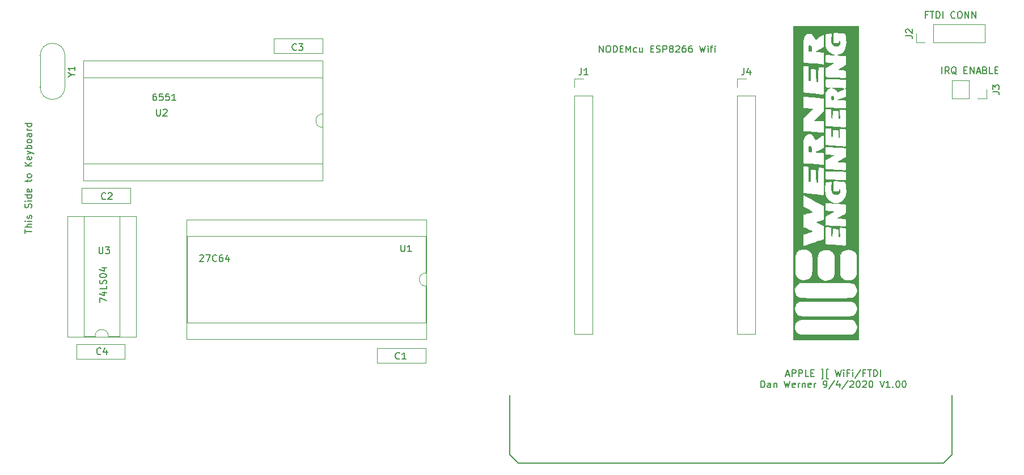
<source format=gbr>
G04 #@! TF.GenerationSoftware,KiCad,Pcbnew,(5.1.5)-3*
G04 #@! TF.CreationDate,2020-11-01T13:07:33-06:00*
G04 #@! TF.ProjectId,Aii-WiFi,4169692d-5769-4466-992e-6b696361645f,rev?*
G04 #@! TF.SameCoordinates,Original*
G04 #@! TF.FileFunction,Legend,Top*
G04 #@! TF.FilePolarity,Positive*
%FSLAX46Y46*%
G04 Gerber Fmt 4.6, Leading zero omitted, Abs format (unit mm)*
G04 Created by KiCad (PCBNEW (5.1.5)-3) date 2020-11-01 13:07:33*
%MOMM*%
%LPD*%
G04 APERTURE LIST*
%ADD10C,0.150000*%
%ADD11C,0.010000*%
%ADD12C,0.120000*%
G04 APERTURE END LIST*
D10*
X194957142Y-78252380D02*
X194957142Y-77252380D01*
X195528571Y-78252380D01*
X195528571Y-77252380D01*
X196195238Y-77252380D02*
X196385714Y-77252380D01*
X196480952Y-77300000D01*
X196576190Y-77395238D01*
X196623809Y-77585714D01*
X196623809Y-77919047D01*
X196576190Y-78109523D01*
X196480952Y-78204761D01*
X196385714Y-78252380D01*
X196195238Y-78252380D01*
X196100000Y-78204761D01*
X196004761Y-78109523D01*
X195957142Y-77919047D01*
X195957142Y-77585714D01*
X196004761Y-77395238D01*
X196100000Y-77300000D01*
X196195238Y-77252380D01*
X197052380Y-78252380D02*
X197052380Y-77252380D01*
X197290476Y-77252380D01*
X197433333Y-77300000D01*
X197528571Y-77395238D01*
X197576190Y-77490476D01*
X197623809Y-77680952D01*
X197623809Y-77823809D01*
X197576190Y-78014285D01*
X197528571Y-78109523D01*
X197433333Y-78204761D01*
X197290476Y-78252380D01*
X197052380Y-78252380D01*
X198052380Y-77728571D02*
X198385714Y-77728571D01*
X198528571Y-78252380D02*
X198052380Y-78252380D01*
X198052380Y-77252380D01*
X198528571Y-77252380D01*
X198957142Y-78252380D02*
X198957142Y-77252380D01*
X199290476Y-77966666D01*
X199623809Y-77252380D01*
X199623809Y-78252380D01*
X200528571Y-78204761D02*
X200433333Y-78252380D01*
X200242857Y-78252380D01*
X200147619Y-78204761D01*
X200100000Y-78157142D01*
X200052380Y-78061904D01*
X200052380Y-77776190D01*
X200100000Y-77680952D01*
X200147619Y-77633333D01*
X200242857Y-77585714D01*
X200433333Y-77585714D01*
X200528571Y-77633333D01*
X201385714Y-77585714D02*
X201385714Y-78252380D01*
X200957142Y-77585714D02*
X200957142Y-78109523D01*
X201004761Y-78204761D01*
X201100000Y-78252380D01*
X201242857Y-78252380D01*
X201338095Y-78204761D01*
X201385714Y-78157142D01*
X202623809Y-77728571D02*
X202957142Y-77728571D01*
X203100000Y-78252380D02*
X202623809Y-78252380D01*
X202623809Y-77252380D01*
X203100000Y-77252380D01*
X203480952Y-78204761D02*
X203623809Y-78252380D01*
X203861904Y-78252380D01*
X203957142Y-78204761D01*
X204004761Y-78157142D01*
X204052380Y-78061904D01*
X204052380Y-77966666D01*
X204004761Y-77871428D01*
X203957142Y-77823809D01*
X203861904Y-77776190D01*
X203671428Y-77728571D01*
X203576190Y-77680952D01*
X203528571Y-77633333D01*
X203480952Y-77538095D01*
X203480952Y-77442857D01*
X203528571Y-77347619D01*
X203576190Y-77300000D01*
X203671428Y-77252380D01*
X203909523Y-77252380D01*
X204052380Y-77300000D01*
X204480952Y-78252380D02*
X204480952Y-77252380D01*
X204861904Y-77252380D01*
X204957142Y-77300000D01*
X205004761Y-77347619D01*
X205052380Y-77442857D01*
X205052380Y-77585714D01*
X205004761Y-77680952D01*
X204957142Y-77728571D01*
X204861904Y-77776190D01*
X204480952Y-77776190D01*
X205623809Y-77680952D02*
X205528571Y-77633333D01*
X205480952Y-77585714D01*
X205433333Y-77490476D01*
X205433333Y-77442857D01*
X205480952Y-77347619D01*
X205528571Y-77300000D01*
X205623809Y-77252380D01*
X205814285Y-77252380D01*
X205909523Y-77300000D01*
X205957142Y-77347619D01*
X206004761Y-77442857D01*
X206004761Y-77490476D01*
X205957142Y-77585714D01*
X205909523Y-77633333D01*
X205814285Y-77680952D01*
X205623809Y-77680952D01*
X205528571Y-77728571D01*
X205480952Y-77776190D01*
X205433333Y-77871428D01*
X205433333Y-78061904D01*
X205480952Y-78157142D01*
X205528571Y-78204761D01*
X205623809Y-78252380D01*
X205814285Y-78252380D01*
X205909523Y-78204761D01*
X205957142Y-78157142D01*
X206004761Y-78061904D01*
X206004761Y-77871428D01*
X205957142Y-77776190D01*
X205909523Y-77728571D01*
X205814285Y-77680952D01*
X206385714Y-77347619D02*
X206433333Y-77300000D01*
X206528571Y-77252380D01*
X206766666Y-77252380D01*
X206861904Y-77300000D01*
X206909523Y-77347619D01*
X206957142Y-77442857D01*
X206957142Y-77538095D01*
X206909523Y-77680952D01*
X206338095Y-78252380D01*
X206957142Y-78252380D01*
X207814285Y-77252380D02*
X207623809Y-77252380D01*
X207528571Y-77300000D01*
X207480952Y-77347619D01*
X207385714Y-77490476D01*
X207338095Y-77680952D01*
X207338095Y-78061904D01*
X207385714Y-78157142D01*
X207433333Y-78204761D01*
X207528571Y-78252380D01*
X207719047Y-78252380D01*
X207814285Y-78204761D01*
X207861904Y-78157142D01*
X207909523Y-78061904D01*
X207909523Y-77823809D01*
X207861904Y-77728571D01*
X207814285Y-77680952D01*
X207719047Y-77633333D01*
X207528571Y-77633333D01*
X207433333Y-77680952D01*
X207385714Y-77728571D01*
X207338095Y-77823809D01*
X208766666Y-77252380D02*
X208576190Y-77252380D01*
X208480952Y-77300000D01*
X208433333Y-77347619D01*
X208338095Y-77490476D01*
X208290476Y-77680952D01*
X208290476Y-78061904D01*
X208338095Y-78157142D01*
X208385714Y-78204761D01*
X208480952Y-78252380D01*
X208671428Y-78252380D01*
X208766666Y-78204761D01*
X208814285Y-78157142D01*
X208861904Y-78061904D01*
X208861904Y-77823809D01*
X208814285Y-77728571D01*
X208766666Y-77680952D01*
X208671428Y-77633333D01*
X208480952Y-77633333D01*
X208385714Y-77680952D01*
X208338095Y-77728571D01*
X208290476Y-77823809D01*
X209957142Y-77252380D02*
X210195238Y-78252380D01*
X210385714Y-77538095D01*
X210576190Y-78252380D01*
X210814285Y-77252380D01*
X211195238Y-78252380D02*
X211195238Y-77585714D01*
X211195238Y-77252380D02*
X211147619Y-77300000D01*
X211195238Y-77347619D01*
X211242857Y-77300000D01*
X211195238Y-77252380D01*
X211195238Y-77347619D01*
X211528571Y-77585714D02*
X211909523Y-77585714D01*
X211671428Y-78252380D02*
X211671428Y-77395238D01*
X211719047Y-77300000D01*
X211814285Y-77252380D01*
X211909523Y-77252380D01*
X212242857Y-78252380D02*
X212242857Y-77585714D01*
X212242857Y-77252380D02*
X212195238Y-77300000D01*
X212242857Y-77347619D01*
X212290476Y-77300000D01*
X212242857Y-77252380D01*
X212242857Y-77347619D01*
X109180380Y-105313714D02*
X109180380Y-104742285D01*
X110180380Y-105028000D02*
X109180380Y-105028000D01*
X110180380Y-104408952D02*
X109180380Y-104408952D01*
X110180380Y-103980380D02*
X109656571Y-103980380D01*
X109561333Y-104028000D01*
X109513714Y-104123238D01*
X109513714Y-104266095D01*
X109561333Y-104361333D01*
X109608952Y-104408952D01*
X110180380Y-103504190D02*
X109513714Y-103504190D01*
X109180380Y-103504190D02*
X109228000Y-103551809D01*
X109275619Y-103504190D01*
X109228000Y-103456571D01*
X109180380Y-103504190D01*
X109275619Y-103504190D01*
X110132761Y-103075619D02*
X110180380Y-102980380D01*
X110180380Y-102789904D01*
X110132761Y-102694666D01*
X110037523Y-102647047D01*
X109989904Y-102647047D01*
X109894666Y-102694666D01*
X109847047Y-102789904D01*
X109847047Y-102932761D01*
X109799428Y-103028000D01*
X109704190Y-103075619D01*
X109656571Y-103075619D01*
X109561333Y-103028000D01*
X109513714Y-102932761D01*
X109513714Y-102789904D01*
X109561333Y-102694666D01*
X110132761Y-101504190D02*
X110180380Y-101361333D01*
X110180380Y-101123238D01*
X110132761Y-101028000D01*
X110085142Y-100980380D01*
X109989904Y-100932761D01*
X109894666Y-100932761D01*
X109799428Y-100980380D01*
X109751809Y-101028000D01*
X109704190Y-101123238D01*
X109656571Y-101313714D01*
X109608952Y-101408952D01*
X109561333Y-101456571D01*
X109466095Y-101504190D01*
X109370857Y-101504190D01*
X109275619Y-101456571D01*
X109228000Y-101408952D01*
X109180380Y-101313714D01*
X109180380Y-101075619D01*
X109228000Y-100932761D01*
X110180380Y-100504190D02*
X109513714Y-100504190D01*
X109180380Y-100504190D02*
X109228000Y-100551809D01*
X109275619Y-100504190D01*
X109228000Y-100456571D01*
X109180380Y-100504190D01*
X109275619Y-100504190D01*
X110180380Y-99599428D02*
X109180380Y-99599428D01*
X110132761Y-99599428D02*
X110180380Y-99694666D01*
X110180380Y-99885142D01*
X110132761Y-99980380D01*
X110085142Y-100028000D01*
X109989904Y-100075619D01*
X109704190Y-100075619D01*
X109608952Y-100028000D01*
X109561333Y-99980380D01*
X109513714Y-99885142D01*
X109513714Y-99694666D01*
X109561333Y-99599428D01*
X110132761Y-98742285D02*
X110180380Y-98837523D01*
X110180380Y-99028000D01*
X110132761Y-99123238D01*
X110037523Y-99170857D01*
X109656571Y-99170857D01*
X109561333Y-99123238D01*
X109513714Y-99028000D01*
X109513714Y-98837523D01*
X109561333Y-98742285D01*
X109656571Y-98694666D01*
X109751809Y-98694666D01*
X109847047Y-99170857D01*
X109513714Y-97647047D02*
X109513714Y-97266095D01*
X109180380Y-97504190D02*
X110037523Y-97504190D01*
X110132761Y-97456571D01*
X110180380Y-97361333D01*
X110180380Y-97266095D01*
X110180380Y-96789904D02*
X110132761Y-96885142D01*
X110085142Y-96932761D01*
X109989904Y-96980380D01*
X109704190Y-96980380D01*
X109608952Y-96932761D01*
X109561333Y-96885142D01*
X109513714Y-96789904D01*
X109513714Y-96647047D01*
X109561333Y-96551809D01*
X109608952Y-96504190D01*
X109704190Y-96456571D01*
X109989904Y-96456571D01*
X110085142Y-96504190D01*
X110132761Y-96551809D01*
X110180380Y-96647047D01*
X110180380Y-96789904D01*
X110180380Y-95266095D02*
X109180380Y-95266095D01*
X110180380Y-94694666D02*
X109608952Y-95123238D01*
X109180380Y-94694666D02*
X109751809Y-95266095D01*
X110132761Y-93885142D02*
X110180380Y-93980380D01*
X110180380Y-94170857D01*
X110132761Y-94266095D01*
X110037523Y-94313714D01*
X109656571Y-94313714D01*
X109561333Y-94266095D01*
X109513714Y-94170857D01*
X109513714Y-93980380D01*
X109561333Y-93885142D01*
X109656571Y-93837523D01*
X109751809Y-93837523D01*
X109847047Y-94313714D01*
X109513714Y-93504190D02*
X110180380Y-93266095D01*
X109513714Y-93028000D02*
X110180380Y-93266095D01*
X110418476Y-93361333D01*
X110466095Y-93408952D01*
X110513714Y-93504190D01*
X110180380Y-92647047D02*
X109180380Y-92647047D01*
X109561333Y-92647047D02*
X109513714Y-92551809D01*
X109513714Y-92361333D01*
X109561333Y-92266095D01*
X109608952Y-92218476D01*
X109704190Y-92170857D01*
X109989904Y-92170857D01*
X110085142Y-92218476D01*
X110132761Y-92266095D01*
X110180380Y-92361333D01*
X110180380Y-92551809D01*
X110132761Y-92647047D01*
X110180380Y-91599428D02*
X110132761Y-91694666D01*
X110085142Y-91742285D01*
X109989904Y-91789904D01*
X109704190Y-91789904D01*
X109608952Y-91742285D01*
X109561333Y-91694666D01*
X109513714Y-91599428D01*
X109513714Y-91456571D01*
X109561333Y-91361333D01*
X109608952Y-91313714D01*
X109704190Y-91266095D01*
X109989904Y-91266095D01*
X110085142Y-91313714D01*
X110132761Y-91361333D01*
X110180380Y-91456571D01*
X110180380Y-91599428D01*
X110180380Y-90408952D02*
X109656571Y-90408952D01*
X109561333Y-90456571D01*
X109513714Y-90551809D01*
X109513714Y-90742285D01*
X109561333Y-90837523D01*
X110132761Y-90408952D02*
X110180380Y-90504190D01*
X110180380Y-90742285D01*
X110132761Y-90837523D01*
X110037523Y-90885142D01*
X109942285Y-90885142D01*
X109847047Y-90837523D01*
X109799428Y-90742285D01*
X109799428Y-90504190D01*
X109751809Y-90408952D01*
X110180380Y-89932761D02*
X109513714Y-89932761D01*
X109704190Y-89932761D02*
X109608952Y-89885142D01*
X109561333Y-89837523D01*
X109513714Y-89742285D01*
X109513714Y-89647047D01*
X110180380Y-88885142D02*
X109180380Y-88885142D01*
X110132761Y-88885142D02*
X110180380Y-88980380D01*
X110180380Y-89170857D01*
X110132761Y-89266095D01*
X110085142Y-89313714D01*
X109989904Y-89361333D01*
X109704190Y-89361333D01*
X109608952Y-89313714D01*
X109561333Y-89266095D01*
X109513714Y-89170857D01*
X109513714Y-88980380D01*
X109561333Y-88885142D01*
X222828571Y-126441666D02*
X223304761Y-126441666D01*
X222733333Y-126727380D02*
X223066666Y-125727380D01*
X223400000Y-126727380D01*
X223733333Y-126727380D02*
X223733333Y-125727380D01*
X224114285Y-125727380D01*
X224209523Y-125775000D01*
X224257142Y-125822619D01*
X224304761Y-125917857D01*
X224304761Y-126060714D01*
X224257142Y-126155952D01*
X224209523Y-126203571D01*
X224114285Y-126251190D01*
X223733333Y-126251190D01*
X224733333Y-126727380D02*
X224733333Y-125727380D01*
X225114285Y-125727380D01*
X225209523Y-125775000D01*
X225257142Y-125822619D01*
X225304761Y-125917857D01*
X225304761Y-126060714D01*
X225257142Y-126155952D01*
X225209523Y-126203571D01*
X225114285Y-126251190D01*
X224733333Y-126251190D01*
X226209523Y-126727380D02*
X225733333Y-126727380D01*
X225733333Y-125727380D01*
X226542857Y-126203571D02*
X226876190Y-126203571D01*
X227019047Y-126727380D02*
X226542857Y-126727380D01*
X226542857Y-125727380D01*
X227019047Y-125727380D01*
X228114285Y-127060714D02*
X228352380Y-127060714D01*
X228352380Y-125632142D01*
X228114285Y-125632142D01*
X229161904Y-127060714D02*
X228923809Y-127060714D01*
X228923809Y-125632142D01*
X229161904Y-125632142D01*
X230209523Y-125727380D02*
X230447619Y-126727380D01*
X230638095Y-126013095D01*
X230828571Y-126727380D01*
X231066666Y-125727380D01*
X231447619Y-126727380D02*
X231447619Y-126060714D01*
X231447619Y-125727380D02*
X231400000Y-125775000D01*
X231447619Y-125822619D01*
X231495238Y-125775000D01*
X231447619Y-125727380D01*
X231447619Y-125822619D01*
X232257142Y-126203571D02*
X231923809Y-126203571D01*
X231923809Y-126727380D02*
X231923809Y-125727380D01*
X232400000Y-125727380D01*
X232780952Y-126727380D02*
X232780952Y-126060714D01*
X232780952Y-125727380D02*
X232733333Y-125775000D01*
X232780952Y-125822619D01*
X232828571Y-125775000D01*
X232780952Y-125727380D01*
X232780952Y-125822619D01*
X233971428Y-125679761D02*
X233114285Y-126965476D01*
X234638095Y-126203571D02*
X234304761Y-126203571D01*
X234304761Y-126727380D02*
X234304761Y-125727380D01*
X234780952Y-125727380D01*
X235019047Y-125727380D02*
X235590476Y-125727380D01*
X235304761Y-126727380D02*
X235304761Y-125727380D01*
X235923809Y-126727380D02*
X235923809Y-125727380D01*
X236161904Y-125727380D01*
X236304761Y-125775000D01*
X236399999Y-125870238D01*
X236447619Y-125965476D01*
X236495238Y-126155952D01*
X236495238Y-126298809D01*
X236447619Y-126489285D01*
X236399999Y-126584523D01*
X236304761Y-126679761D01*
X236161904Y-126727380D01*
X235923809Y-126727380D01*
X236923809Y-126727380D02*
X236923809Y-125727380D01*
X219090476Y-128377380D02*
X219090476Y-127377380D01*
X219328571Y-127377380D01*
X219471428Y-127425000D01*
X219566666Y-127520238D01*
X219614285Y-127615476D01*
X219661904Y-127805952D01*
X219661904Y-127948809D01*
X219614285Y-128139285D01*
X219566666Y-128234523D01*
X219471428Y-128329761D01*
X219328571Y-128377380D01*
X219090476Y-128377380D01*
X220519047Y-128377380D02*
X220519047Y-127853571D01*
X220471428Y-127758333D01*
X220376190Y-127710714D01*
X220185714Y-127710714D01*
X220090476Y-127758333D01*
X220519047Y-128329761D02*
X220423809Y-128377380D01*
X220185714Y-128377380D01*
X220090476Y-128329761D01*
X220042857Y-128234523D01*
X220042857Y-128139285D01*
X220090476Y-128044047D01*
X220185714Y-127996428D01*
X220423809Y-127996428D01*
X220519047Y-127948809D01*
X220995238Y-127710714D02*
X220995238Y-128377380D01*
X220995238Y-127805952D02*
X221042857Y-127758333D01*
X221138095Y-127710714D01*
X221280952Y-127710714D01*
X221376190Y-127758333D01*
X221423809Y-127853571D01*
X221423809Y-128377380D01*
X222566666Y-127377380D02*
X222804761Y-128377380D01*
X222995238Y-127663095D01*
X223185714Y-128377380D01*
X223423809Y-127377380D01*
X224185714Y-128329761D02*
X224090476Y-128377380D01*
X223900000Y-128377380D01*
X223804761Y-128329761D01*
X223757142Y-128234523D01*
X223757142Y-127853571D01*
X223804761Y-127758333D01*
X223900000Y-127710714D01*
X224090476Y-127710714D01*
X224185714Y-127758333D01*
X224233333Y-127853571D01*
X224233333Y-127948809D01*
X223757142Y-128044047D01*
X224661904Y-128377380D02*
X224661904Y-127710714D01*
X224661904Y-127901190D02*
X224709523Y-127805952D01*
X224757142Y-127758333D01*
X224852380Y-127710714D01*
X224947619Y-127710714D01*
X225280952Y-127710714D02*
X225280952Y-128377380D01*
X225280952Y-127805952D02*
X225328571Y-127758333D01*
X225423809Y-127710714D01*
X225566666Y-127710714D01*
X225661904Y-127758333D01*
X225709523Y-127853571D01*
X225709523Y-128377380D01*
X226566666Y-128329761D02*
X226471428Y-128377380D01*
X226280952Y-128377380D01*
X226185714Y-128329761D01*
X226138095Y-128234523D01*
X226138095Y-127853571D01*
X226185714Y-127758333D01*
X226280952Y-127710714D01*
X226471428Y-127710714D01*
X226566666Y-127758333D01*
X226614285Y-127853571D01*
X226614285Y-127948809D01*
X226138095Y-128044047D01*
X227042857Y-128377380D02*
X227042857Y-127710714D01*
X227042857Y-127901190D02*
X227090476Y-127805952D01*
X227138095Y-127758333D01*
X227233333Y-127710714D01*
X227328571Y-127710714D01*
X228471428Y-128377380D02*
X228661904Y-128377380D01*
X228757142Y-128329761D01*
X228804761Y-128282142D01*
X228900000Y-128139285D01*
X228947619Y-127948809D01*
X228947619Y-127567857D01*
X228900000Y-127472619D01*
X228852380Y-127425000D01*
X228757142Y-127377380D01*
X228566666Y-127377380D01*
X228471428Y-127425000D01*
X228423809Y-127472619D01*
X228376190Y-127567857D01*
X228376190Y-127805952D01*
X228423809Y-127901190D01*
X228471428Y-127948809D01*
X228566666Y-127996428D01*
X228757142Y-127996428D01*
X228852380Y-127948809D01*
X228900000Y-127901190D01*
X228947619Y-127805952D01*
X230090476Y-127329761D02*
X229233333Y-128615476D01*
X230852380Y-127710714D02*
X230852380Y-128377380D01*
X230614285Y-127329761D02*
X230376190Y-128044047D01*
X230995238Y-128044047D01*
X232090476Y-127329761D02*
X231233333Y-128615476D01*
X232376190Y-127472619D02*
X232423809Y-127425000D01*
X232519047Y-127377380D01*
X232757142Y-127377380D01*
X232852380Y-127425000D01*
X232900000Y-127472619D01*
X232947619Y-127567857D01*
X232947619Y-127663095D01*
X232900000Y-127805952D01*
X232328571Y-128377380D01*
X232947619Y-128377380D01*
X233566666Y-127377380D02*
X233661904Y-127377380D01*
X233757142Y-127425000D01*
X233804761Y-127472619D01*
X233852380Y-127567857D01*
X233900000Y-127758333D01*
X233900000Y-127996428D01*
X233852380Y-128186904D01*
X233804761Y-128282142D01*
X233757142Y-128329761D01*
X233661904Y-128377380D01*
X233566666Y-128377380D01*
X233471428Y-128329761D01*
X233423809Y-128282142D01*
X233376190Y-128186904D01*
X233328571Y-127996428D01*
X233328571Y-127758333D01*
X233376190Y-127567857D01*
X233423809Y-127472619D01*
X233471428Y-127425000D01*
X233566666Y-127377380D01*
X234280952Y-127472619D02*
X234328571Y-127425000D01*
X234423809Y-127377380D01*
X234661904Y-127377380D01*
X234757142Y-127425000D01*
X234804761Y-127472619D01*
X234852380Y-127567857D01*
X234852380Y-127663095D01*
X234804761Y-127805952D01*
X234233333Y-128377380D01*
X234852380Y-128377380D01*
X235471428Y-127377380D02*
X235566666Y-127377380D01*
X235661904Y-127425000D01*
X235709523Y-127472619D01*
X235757142Y-127567857D01*
X235804761Y-127758333D01*
X235804761Y-127996428D01*
X235757142Y-128186904D01*
X235709523Y-128282142D01*
X235661904Y-128329761D01*
X235566666Y-128377380D01*
X235471428Y-128377380D01*
X235376190Y-128329761D01*
X235328571Y-128282142D01*
X235280952Y-128186904D01*
X235233333Y-127996428D01*
X235233333Y-127758333D01*
X235280952Y-127567857D01*
X235328571Y-127472619D01*
X235376190Y-127425000D01*
X235471428Y-127377380D01*
X236852380Y-127377380D02*
X237185714Y-128377380D01*
X237519047Y-127377380D01*
X238376190Y-128377380D02*
X237804761Y-128377380D01*
X238090476Y-128377380D02*
X238090476Y-127377380D01*
X237995238Y-127520238D01*
X237900000Y-127615476D01*
X237804761Y-127663095D01*
X238804761Y-128282142D02*
X238852380Y-128329761D01*
X238804761Y-128377380D01*
X238757142Y-128329761D01*
X238804761Y-128282142D01*
X238804761Y-128377380D01*
X239471428Y-127377380D02*
X239566666Y-127377380D01*
X239661904Y-127425000D01*
X239709523Y-127472619D01*
X239757142Y-127567857D01*
X239804761Y-127758333D01*
X239804761Y-127996428D01*
X239757142Y-128186904D01*
X239709523Y-128282142D01*
X239661904Y-128329761D01*
X239566666Y-128377380D01*
X239471428Y-128377380D01*
X239376190Y-128329761D01*
X239328571Y-128282142D01*
X239280952Y-128186904D01*
X239233333Y-127996428D01*
X239233333Y-127758333D01*
X239280952Y-127567857D01*
X239328571Y-127472619D01*
X239376190Y-127425000D01*
X239471428Y-127377380D01*
X240423809Y-127377380D02*
X240519047Y-127377380D01*
X240614285Y-127425000D01*
X240661904Y-127472619D01*
X240709523Y-127567857D01*
X240757142Y-127758333D01*
X240757142Y-127996428D01*
X240709523Y-128186904D01*
X240661904Y-128282142D01*
X240614285Y-128329761D01*
X240519047Y-128377380D01*
X240423809Y-128377380D01*
X240328571Y-128329761D01*
X240280952Y-128282142D01*
X240233333Y-128186904D01*
X240185714Y-127996428D01*
X240185714Y-127758333D01*
X240233333Y-127567857D01*
X240280952Y-127472619D01*
X240328571Y-127425000D01*
X240423809Y-127377380D01*
D11*
G36*
X226184388Y-77496257D02*
G01*
X226234144Y-77319066D01*
X226311612Y-77236520D01*
X226415670Y-77250044D01*
X226510876Y-77324477D01*
X226571412Y-77406885D01*
X226603700Y-77520323D01*
X226615130Y-77695480D01*
X226615600Y-77759400D01*
X226615600Y-78089600D01*
X226467354Y-78089600D01*
X226298608Y-78077961D01*
X226205654Y-78028396D01*
X226167818Y-77918934D01*
X226163463Y-77766665D01*
X226184388Y-77496257D01*
G37*
X226184388Y-77496257D02*
X226234144Y-77319066D01*
X226311612Y-77236520D01*
X226415670Y-77250044D01*
X226510876Y-77324477D01*
X226571412Y-77406885D01*
X226603700Y-77520323D01*
X226615130Y-77695480D01*
X226615600Y-77759400D01*
X226615600Y-78089600D01*
X226467354Y-78089600D01*
X226298608Y-78077961D01*
X226205654Y-78028396D01*
X226167818Y-77918934D01*
X226163463Y-77766665D01*
X226184388Y-77496257D01*
G36*
X226184388Y-92533057D02*
G01*
X226234144Y-92355866D01*
X226311612Y-92273320D01*
X226415670Y-92286844D01*
X226510876Y-92361277D01*
X226571412Y-92443685D01*
X226603700Y-92557123D01*
X226615130Y-92732280D01*
X226615600Y-92796200D01*
X226615600Y-93126400D01*
X226467354Y-93126400D01*
X226298608Y-93114761D01*
X226205654Y-93065196D01*
X226167818Y-92955734D01*
X226163463Y-92803465D01*
X226184388Y-92533057D01*
G37*
X226184388Y-92533057D02*
X226234144Y-92355866D01*
X226311612Y-92273320D01*
X226415670Y-92286844D01*
X226510876Y-92361277D01*
X226571412Y-92443685D01*
X226603700Y-92557123D01*
X226615130Y-92732280D01*
X226615600Y-92796200D01*
X226615600Y-93126400D01*
X226467354Y-93126400D01*
X226298608Y-93114761D01*
X226205654Y-93065196D01*
X226167818Y-92955734D01*
X226163463Y-92803465D01*
X226184388Y-92533057D01*
G36*
X229579025Y-84917142D02*
G01*
X229623718Y-84809331D01*
X229634800Y-84798022D01*
X229722141Y-84777429D01*
X229810732Y-84834733D01*
X229881814Y-84948218D01*
X229916631Y-85096172D01*
X229917600Y-85125400D01*
X229909736Y-85244568D01*
X229865368Y-85293439D01*
X229753333Y-85303178D01*
X229739800Y-85303200D01*
X229629485Y-85298040D01*
X229577990Y-85263872D01*
X229562901Y-85172665D01*
X229562000Y-85080821D01*
X229579025Y-84917142D01*
G37*
X229579025Y-84917142D02*
X229623718Y-84809331D01*
X229634800Y-84798022D01*
X229722141Y-84777429D01*
X229810732Y-84834733D01*
X229881814Y-84948218D01*
X229916631Y-85096172D01*
X229917600Y-85125400D01*
X229909736Y-85244568D01*
X229865368Y-85293439D01*
X229753333Y-85303178D01*
X229739800Y-85303200D01*
X229629485Y-85298040D01*
X229577990Y-85263872D01*
X229562901Y-85172665D01*
X229562000Y-85080821D01*
X229579025Y-84917142D01*
G36*
X230552600Y-83556772D02*
G01*
X230835983Y-83570283D01*
X231088508Y-83585705D01*
X231290479Y-83601574D01*
X231422201Y-83616429D01*
X231458958Y-83624112D01*
X231476995Y-83650839D01*
X231426064Y-83698498D01*
X231298181Y-83772313D01*
X231085363Y-83877506D01*
X231035916Y-83900884D01*
X230519316Y-84143878D01*
X230335593Y-83929239D01*
X230188204Y-83784862D01*
X230021760Y-83661047D01*
X229945835Y-83618905D01*
X229739800Y-83523210D01*
X230552600Y-83556772D01*
G37*
X230552600Y-83556772D02*
X230835983Y-83570283D01*
X231088508Y-83585705D01*
X231290479Y-83601574D01*
X231422201Y-83616429D01*
X231458958Y-83624112D01*
X231476995Y-83650839D01*
X231426064Y-83698498D01*
X231298181Y-83772313D01*
X231085363Y-83877506D01*
X231035916Y-83900884D01*
X230519316Y-84143878D01*
X230335593Y-83929239D01*
X230188204Y-83784862D01*
X230021760Y-83661047D01*
X229945835Y-83618905D01*
X229739800Y-83523210D01*
X230552600Y-83556772D01*
G36*
X230031900Y-100812983D02*
G01*
X230160740Y-100805082D01*
X230209700Y-100812983D01*
X230225510Y-100827707D01*
X230155266Y-100835723D01*
X230120800Y-100836215D01*
X230028378Y-100830918D01*
X230017486Y-100817732D01*
X230031900Y-100812983D01*
G37*
X230031900Y-100812983D02*
X230160740Y-100805082D01*
X230209700Y-100812983D01*
X230225510Y-100827707D01*
X230155266Y-100835723D01*
X230120800Y-100836215D01*
X230028378Y-100830918D01*
X230017486Y-100817732D01*
X230031900Y-100812983D01*
G36*
X233676800Y-74330400D02*
G01*
X233676800Y-121269600D01*
X228763531Y-121269600D01*
X228763531Y-120506485D01*
X229501978Y-120506397D01*
X230145175Y-120505598D01*
X230699469Y-120503981D01*
X231171208Y-120501437D01*
X231566740Y-120497859D01*
X231892412Y-120493138D01*
X232154572Y-120487166D01*
X232359568Y-120479836D01*
X232513747Y-120471040D01*
X232623458Y-120460670D01*
X232695048Y-120448617D01*
X232725931Y-120439099D01*
X233016322Y-120264418D01*
X233245505Y-120017185D01*
X233397975Y-119715573D01*
X233426098Y-119618600D01*
X233461970Y-119421573D01*
X233457572Y-119248513D01*
X233410717Y-119045285D01*
X233401682Y-119014784D01*
X233259854Y-118699506D01*
X233047667Y-118448439D01*
X232848357Y-118310032D01*
X232635400Y-118196200D01*
X228850800Y-118181867D01*
X228133144Y-118179319D01*
X227932929Y-118178757D01*
X227932929Y-117764521D01*
X228647818Y-117764405D01*
X228774600Y-117764400D01*
X229505155Y-117764442D01*
X230141196Y-117764243D01*
X230689808Y-117763319D01*
X231158076Y-117761185D01*
X231553085Y-117757356D01*
X231881921Y-117751349D01*
X232151669Y-117742678D01*
X232369413Y-117730859D01*
X232542240Y-117715407D01*
X232677234Y-117695838D01*
X232781481Y-117671666D01*
X232862067Y-117642408D01*
X232926075Y-117607578D01*
X232980592Y-117566692D01*
X233032702Y-117519266D01*
X233084435Y-117469606D01*
X233295641Y-117203285D01*
X233418089Y-116898118D01*
X233449417Y-116568714D01*
X233387268Y-116229684D01*
X233314024Y-116047777D01*
X233156453Y-115822800D01*
X232931015Y-115630443D01*
X232671290Y-115497730D01*
X232604736Y-115476983D01*
X232510523Y-115466043D01*
X232316546Y-115456782D01*
X232024629Y-115449217D01*
X231636594Y-115443366D01*
X231154263Y-115439247D01*
X230579461Y-115436876D01*
X229914010Y-115436272D01*
X229159732Y-115437453D01*
X228662865Y-115439033D01*
X227954287Y-115441779D01*
X227932929Y-115441873D01*
X227932929Y-115021321D01*
X228647818Y-115021205D01*
X228774600Y-115021200D01*
X229496054Y-115020997D01*
X230122851Y-115020296D01*
X230661936Y-115018958D01*
X231120250Y-115016847D01*
X231504737Y-115013824D01*
X231822339Y-115009752D01*
X232080000Y-115004493D01*
X232284663Y-114997909D01*
X232443270Y-114989863D01*
X232562765Y-114980216D01*
X232650091Y-114968832D01*
X232712190Y-114955572D01*
X232751331Y-114942306D01*
X233028357Y-114773537D01*
X233248880Y-114530244D01*
X233397631Y-114230759D01*
X233426098Y-114132200D01*
X233460592Y-113948615D01*
X233459994Y-113787067D01*
X233421917Y-113599899D01*
X233394600Y-113503621D01*
X233255888Y-113207201D01*
X233039606Y-112968487D01*
X232759905Y-112801486D01*
X232644352Y-112761018D01*
X232582110Y-112745744D01*
X232503303Y-112732617D01*
X232400727Y-112721517D01*
X232267174Y-112712327D01*
X232116331Y-112705829D01*
X232116331Y-112378485D01*
X232494455Y-112346334D01*
X232802749Y-112244391D01*
X233049406Y-112067942D01*
X233242617Y-111812273D01*
X233302562Y-111695876D01*
X233338468Y-111615224D01*
X233366339Y-111537084D01*
X233387194Y-111447790D01*
X233402051Y-111333676D01*
X233411929Y-111181075D01*
X233417848Y-110976322D01*
X233420827Y-110705749D01*
X233421883Y-110355690D01*
X233422020Y-110093600D01*
X233419987Y-109680785D01*
X233414046Y-109312395D01*
X233404637Y-109001053D01*
X233392198Y-108759380D01*
X233377171Y-108599997D01*
X233368336Y-108553305D01*
X233272231Y-108347882D01*
X233109289Y-108137195D01*
X232907379Y-107952759D01*
X232746682Y-107850382D01*
X232435379Y-107744243D01*
X232092578Y-107715454D01*
X231748630Y-107761603D01*
X231527566Y-107844955D01*
X231527566Y-107151954D01*
X231635525Y-107148166D01*
X231700133Y-107128738D01*
X231727740Y-107107802D01*
X231750424Y-107035691D01*
X231769114Y-106880147D01*
X231783772Y-106658357D01*
X231794358Y-106387507D01*
X231800832Y-106084782D01*
X231803155Y-105767368D01*
X231801287Y-105452452D01*
X231795188Y-105157218D01*
X231784820Y-104898854D01*
X231770142Y-104694544D01*
X231751116Y-104561475D01*
X231733700Y-104518544D01*
X231654753Y-104490069D01*
X231504674Y-104461139D01*
X231499004Y-104460435D01*
X231499004Y-104275579D01*
X231631992Y-104269692D01*
X231707244Y-104256645D01*
X231726734Y-104246841D01*
X231760484Y-104168812D01*
X231784087Y-104017760D01*
X231797301Y-103821778D01*
X231799884Y-103608959D01*
X231791595Y-103407396D01*
X231772190Y-103245182D01*
X231741428Y-103150410D01*
X231736239Y-103144160D01*
X231651075Y-103106982D01*
X231508489Y-103085185D01*
X231444139Y-103082839D01*
X231266652Y-103077562D01*
X231043228Y-103064252D01*
X230868251Y-103049921D01*
X230523502Y-103017363D01*
X231046051Y-102741393D01*
X231318854Y-102599115D01*
X231516808Y-102492852D01*
X231651778Y-102405674D01*
X231735632Y-102320653D01*
X231780235Y-102220861D01*
X231797453Y-102089369D01*
X231799153Y-101909248D01*
X231797200Y-101669789D01*
X231792265Y-101344223D01*
X231777347Y-101117750D01*
X231752269Y-100988337D01*
X231736240Y-100959761D01*
X231655221Y-100927304D01*
X231502108Y-100903387D01*
X231317140Y-100892863D01*
X231069193Y-100884338D01*
X230801267Y-100868492D01*
X230628800Y-100854134D01*
X230298600Y-100821343D01*
X230567124Y-100786049D01*
X230934862Y-100693672D01*
X231239746Y-100521503D01*
X231481751Y-100269590D01*
X231660856Y-99937984D01*
X231777037Y-99526733D01*
X231830271Y-99035889D01*
X231820534Y-98465500D01*
X231793797Y-98166298D01*
X231764036Y-97947237D01*
X231728502Y-97763028D01*
X231692706Y-97639489D01*
X231674244Y-97606061D01*
X231598523Y-97576975D01*
X231442752Y-97549061D01*
X231395737Y-97543471D01*
X231395737Y-97371976D01*
X231570482Y-97370138D01*
X231678049Y-97357932D01*
X231726590Y-97338161D01*
X231758909Y-97261547D01*
X231782254Y-97110015D01*
X231796477Y-96909511D01*
X231801430Y-96685981D01*
X231796968Y-96465372D01*
X231782942Y-96273630D01*
X231759206Y-96136700D01*
X231733700Y-96084510D01*
X231664488Y-96068823D01*
X231581230Y-96061322D01*
X231581230Y-95892879D01*
X231694994Y-95878820D01*
X231729921Y-95862196D01*
X231766893Y-95780266D01*
X231790703Y-95625544D01*
X231801661Y-95425943D01*
X231800077Y-95209373D01*
X231786260Y-95003747D01*
X231760519Y-94836976D01*
X231723165Y-94736971D01*
X231717371Y-94730229D01*
X231655518Y-94692016D01*
X231549411Y-94667599D01*
X231380459Y-94654545D01*
X231130072Y-94650418D01*
X231107771Y-94650400D01*
X230889713Y-94647001D01*
X230715382Y-94637811D01*
X230605796Y-94624345D01*
X230578738Y-94612300D01*
X230621487Y-94575514D01*
X230737347Y-94503483D01*
X230908656Y-94406596D01*
X231117750Y-94295241D01*
X231118599Y-94294800D01*
X231336098Y-94179575D01*
X231524154Y-94075298D01*
X231661993Y-93993794D01*
X231727461Y-93948272D01*
X231760352Y-93865641D01*
X231783788Y-93706877D01*
X231797806Y-93497000D01*
X231802444Y-93261033D01*
X231797742Y-93023998D01*
X231783736Y-92810915D01*
X231760466Y-92646808D01*
X231727968Y-92556697D01*
X231725336Y-92553794D01*
X231671365Y-92526018D01*
X231595584Y-92509845D01*
X231595584Y-92342155D01*
X231692074Y-92327685D01*
X231726445Y-92309081D01*
X231749412Y-92271696D01*
X231767075Y-92195004D01*
X231780040Y-92067912D01*
X231788914Y-91879324D01*
X231794305Y-91618147D01*
X231796819Y-91273286D01*
X231797200Y-91015609D01*
X231796438Y-90622409D01*
X231793644Y-90318479D01*
X231788051Y-90091499D01*
X231778895Y-89929147D01*
X231765409Y-89819103D01*
X231746828Y-89749044D01*
X231722387Y-89706649D01*
X231715407Y-89699065D01*
X231649281Y-89656703D01*
X231542304Y-89634164D01*
X231498815Y-89632684D01*
X231498815Y-89498383D01*
X231648693Y-89486401D01*
X231714715Y-89442428D01*
X231740906Y-89405075D01*
X231761002Y-89343769D01*
X231775777Y-89246149D01*
X231786005Y-89099853D01*
X231792460Y-88892521D01*
X231795916Y-88611793D01*
X231797148Y-88245306D01*
X231797200Y-88125192D01*
X231795801Y-87709992D01*
X231791309Y-87387288D01*
X231783273Y-87148008D01*
X231771245Y-86983083D01*
X231754778Y-86883442D01*
X231733700Y-86840231D01*
X231654868Y-86812647D01*
X231504610Y-86785685D01*
X231474822Y-86782396D01*
X231474822Y-86605646D01*
X231611512Y-86600786D01*
X231697401Y-86590319D01*
X231742620Y-86574202D01*
X231753353Y-86563689D01*
X231777907Y-86473688D01*
X231792796Y-86314826D01*
X231798549Y-86113950D01*
X231795698Y-85897910D01*
X231784772Y-85693555D01*
X231766304Y-85527735D01*
X231740823Y-85427299D01*
X231730607Y-85412774D01*
X231654993Y-85389308D01*
X231500722Y-85368091D01*
X231290736Y-85351591D01*
X231082907Y-85343054D01*
X230501800Y-85328600D01*
X231082987Y-85136280D01*
X231315317Y-85056749D01*
X231515270Y-84983367D01*
X231661176Y-84924417D01*
X231730687Y-84888760D01*
X231764902Y-84809671D01*
X231787997Y-84656344D01*
X231800157Y-84455510D01*
X231801563Y-84233900D01*
X231792399Y-84018247D01*
X231772848Y-83835282D01*
X231743091Y-83711735D01*
X231722416Y-83678776D01*
X231673461Y-83619877D01*
X231705724Y-83559116D01*
X231722416Y-83541927D01*
X231756808Y-83457799D01*
X231781657Y-83301148D01*
X231796721Y-83098328D01*
X231801755Y-82875690D01*
X231796518Y-82659589D01*
X231780767Y-82476376D01*
X231754257Y-82352405D01*
X231733700Y-82317903D01*
X231666685Y-82302178D01*
X231625280Y-82297758D01*
X231625280Y-82130459D01*
X231709626Y-82084656D01*
X231762306Y-81976232D01*
X231789452Y-81792511D01*
X231797199Y-81520818D01*
X231797200Y-81518600D01*
X231793369Y-81255560D01*
X231770977Y-81077490D01*
X231713678Y-80967785D01*
X231605122Y-80909842D01*
X231428963Y-80887055D01*
X231171271Y-80882823D01*
X230958717Y-80878468D01*
X230782287Y-80867466D01*
X230668495Y-80851799D01*
X230644220Y-80843406D01*
X230660020Y-80804657D01*
X230761009Y-80728852D01*
X230939841Y-80620886D01*
X231152220Y-80505028D01*
X231371308Y-80386938D01*
X231557449Y-80281655D01*
X231692062Y-80200040D01*
X231756565Y-80152954D01*
X231758322Y-80150745D01*
X231772824Y-80081174D01*
X231784831Y-79931854D01*
X231793107Y-79724628D01*
X231796416Y-79481340D01*
X231796422Y-79477529D01*
X231795424Y-79181377D01*
X231782772Y-78971837D01*
X231745271Y-78833935D01*
X231669730Y-78752695D01*
X231542956Y-78713141D01*
X231351758Y-78700298D01*
X231110769Y-78699200D01*
X230882956Y-78694542D01*
X230699940Y-78681864D01*
X230583080Y-78663109D01*
X230552600Y-78648400D01*
X230569770Y-78609958D01*
X230641227Y-78597600D01*
X230791687Y-78566442D01*
X230982783Y-78485370D01*
X231180136Y-78372987D01*
X231349362Y-78247899D01*
X231423042Y-78174551D01*
X231602004Y-77910107D01*
X231729343Y-77596242D01*
X231806667Y-77223544D01*
X231835583Y-76782602D01*
X231817698Y-76264003D01*
X231794474Y-75999483D01*
X231766557Y-75774539D01*
X231733735Y-75585364D01*
X231700756Y-75456245D01*
X231680174Y-75414652D01*
X231608540Y-75390583D01*
X231456562Y-75366364D01*
X231245483Y-75343277D01*
X230996549Y-75322605D01*
X230731005Y-75305630D01*
X230470096Y-75293633D01*
X230235067Y-75287898D01*
X230047162Y-75289706D01*
X229927627Y-75300340D01*
X229903556Y-75307428D01*
X229868447Y-75333407D01*
X229844390Y-75381910D01*
X229829840Y-75468960D01*
X229823255Y-75610577D01*
X229823089Y-75822783D01*
X229827356Y-76098207D01*
X229841400Y-76845000D01*
X230214206Y-76885581D01*
X230452196Y-76902171D01*
X230607194Y-76886148D01*
X230694205Y-76831721D01*
X230728231Y-76733102D01*
X230730400Y-76686380D01*
X230749168Y-76593938D01*
X230782794Y-76565600D01*
X230850303Y-76606867D01*
X230876827Y-76713016D01*
X230865835Y-76857571D01*
X230820795Y-77014054D01*
X230745176Y-77155991D01*
X230698092Y-77212126D01*
X230613868Y-77284010D01*
X230524220Y-77318529D01*
X230393108Y-77324569D01*
X230270355Y-77317559D01*
X230004861Y-77266727D01*
X229809137Y-77151036D01*
X229666699Y-76959312D01*
X229631652Y-76884732D01*
X229580836Y-76682330D01*
X229564928Y-76418408D01*
X229583750Y-76126797D01*
X229637124Y-75841325D01*
X229637170Y-75841146D01*
X229682117Y-75620335D01*
X229678818Y-75477141D01*
X229626159Y-75399175D01*
X229596172Y-75385108D01*
X229495325Y-75373997D01*
X229333500Y-75378484D01*
X229141768Y-75395026D01*
X228951204Y-75420080D01*
X228792878Y-75450103D01*
X228697865Y-75481552D01*
X228688208Y-75488641D01*
X228662094Y-75544475D01*
X228643204Y-75659256D01*
X228630771Y-75843880D01*
X228624031Y-76109245D01*
X228622200Y-76428441D01*
X228622771Y-76747186D01*
X228626094Y-76983848D01*
X228634583Y-77157941D01*
X228650650Y-77288982D01*
X228676710Y-77396486D01*
X228715176Y-77499968D01*
X228768461Y-77618945D01*
X228769783Y-77621808D01*
X228976006Y-77960894D01*
X229248766Y-78244868D01*
X229569144Y-78456495D01*
X229781028Y-78543065D01*
X229915018Y-78587950D01*
X229982603Y-78618483D01*
X229977435Y-78635425D01*
X229893165Y-78639538D01*
X229723444Y-78631582D01*
X229461924Y-78612318D01*
X229308000Y-78599783D01*
X229012310Y-78581270D01*
X228815227Y-78582956D01*
X228715785Y-78604854D01*
X228711100Y-78608217D01*
X228680781Y-78683231D01*
X228659744Y-78832235D01*
X228648051Y-79028036D01*
X228645761Y-79243444D01*
X228652934Y-79451267D01*
X228669631Y-79624315D01*
X228695911Y-79735396D01*
X228708560Y-79755840D01*
X228795561Y-79788244D01*
X228974720Y-79808872D01*
X229237172Y-79816750D01*
X229263205Y-79816800D01*
X229485180Y-79819990D01*
X229674592Y-79828553D01*
X229804406Y-79840985D01*
X229840734Y-79848974D01*
X229845004Y-79880924D01*
X229768028Y-79945135D01*
X229605836Y-80044311D01*
X229354463Y-80181158D01*
X229349588Y-80183724D01*
X229126475Y-80302568D01*
X228933184Y-80408200D01*
X228789205Y-80489785D01*
X228714024Y-80536485D01*
X228711100Y-80538770D01*
X228683409Y-80611325D01*
X228663103Y-80761028D01*
X228650224Y-80963691D01*
X228644816Y-81195127D01*
X228646923Y-81431150D01*
X228656589Y-81647571D01*
X228673857Y-81820204D01*
X228698773Y-81924863D01*
X228708559Y-81940240D01*
X228795487Y-81972707D01*
X228973845Y-81993372D01*
X229234035Y-82001165D01*
X229255526Y-82001200D01*
X229468068Y-82004366D01*
X229739571Y-82013082D01*
X230049025Y-82026179D01*
X230375421Y-82042488D01*
X230697751Y-82060840D01*
X230995006Y-82080064D01*
X231246176Y-82098992D01*
X231430254Y-82116453D01*
X231503134Y-82126316D01*
X231625280Y-82130459D01*
X231625280Y-82297758D01*
X231513996Y-82285876D01*
X231291549Y-82269532D01*
X231015264Y-82253683D01*
X230701059Y-82238865D01*
X230364852Y-82225614D01*
X230022562Y-82214467D01*
X229690107Y-82205961D01*
X229383407Y-82200631D01*
X229118378Y-82199015D01*
X228910940Y-82201648D01*
X228777012Y-82209068D01*
X228736500Y-82216903D01*
X228697305Y-82247686D01*
X228671461Y-82308167D01*
X228656325Y-82416599D01*
X228649254Y-82591238D01*
X228647600Y-82831028D01*
X228653535Y-83134698D01*
X228671182Y-83342859D01*
X228700306Y-83453054D01*
X228708560Y-83464240D01*
X228790346Y-83497434D01*
X228938863Y-83519470D01*
X229074923Y-83525200D01*
X229380327Y-83525200D01*
X229153663Y-83639500D01*
X229001087Y-83734686D01*
X228887218Y-83859398D01*
X228785033Y-84037521D01*
X228643067Y-84321241D01*
X228645329Y-85381176D01*
X228647754Y-85699567D01*
X228653236Y-85982973D01*
X228661202Y-86215862D01*
X228671079Y-86382698D01*
X228682294Y-86467949D01*
X228685695Y-86475177D01*
X228744307Y-86485799D01*
X228891494Y-86499244D01*
X229114296Y-86514710D01*
X229399751Y-86531398D01*
X229734900Y-86548506D01*
X230106781Y-86565234D01*
X230217431Y-86569809D01*
X230658635Y-86586979D01*
X231008514Y-86598702D01*
X231277200Y-86604938D01*
X231474822Y-86605646D01*
X231474822Y-86782396D01*
X231312996Y-86764527D01*
X231279293Y-86761939D01*
X231064854Y-86751340D01*
X230929410Y-86758484D01*
X230851561Y-86785519D01*
X230827446Y-86807288D01*
X230801154Y-86874574D01*
X230788313Y-87004843D01*
X230788466Y-87210606D01*
X230801158Y-87504375D01*
X230801710Y-87514359D01*
X230815071Y-87779974D01*
X230819580Y-87960176D01*
X230814145Y-88070854D01*
X230797678Y-88127898D01*
X230769088Y-88147196D01*
X230758258Y-88148000D01*
X230723043Y-88133465D01*
X230699933Y-88078849D01*
X230686576Y-87967641D01*
X230680622Y-87783326D01*
X230679600Y-87595421D01*
X230674362Y-87308034D01*
X230658197Y-87115282D01*
X230630426Y-87010715D01*
X230616100Y-86992281D01*
X230527970Y-86959204D01*
X230376094Y-86933700D01*
X230192545Y-86917521D01*
X230009397Y-86912419D01*
X229858724Y-86920146D01*
X229772601Y-86942455D01*
X229768351Y-86945969D01*
X229744576Y-87019586D01*
X229726630Y-87175220D01*
X229716260Y-87393372D01*
X229714400Y-87548560D01*
X229709907Y-87797524D01*
X229697248Y-87979290D01*
X229677654Y-88080571D01*
X229663600Y-88097200D01*
X229641806Y-88048223D01*
X229625539Y-87908360D01*
X229615622Y-87688217D01*
X229612800Y-87443021D01*
X229609000Y-87136111D01*
X229597078Y-86921826D01*
X229576248Y-86791454D01*
X229549300Y-86738717D01*
X229458256Y-86703500D01*
X229304460Y-86676356D01*
X229120163Y-86659203D01*
X228937615Y-86653961D01*
X228789066Y-86662550D01*
X228706765Y-86686888D01*
X228705047Y-86688473D01*
X228685162Y-86757851D01*
X228669199Y-86910803D01*
X228657118Y-87130131D01*
X228648878Y-87398641D01*
X228644438Y-87699136D01*
X228643758Y-88014419D01*
X228646797Y-88327295D01*
X228653514Y-88620569D01*
X228663870Y-88877042D01*
X228677823Y-89079521D01*
X228695332Y-89210807D01*
X228711100Y-89252477D01*
X228781483Y-89271545D01*
X228934618Y-89291664D01*
X229151697Y-89311036D01*
X229413912Y-89327869D01*
X229587400Y-89336099D01*
X229994793Y-89356145D01*
X230396385Y-89381866D01*
X230771866Y-89411538D01*
X231100931Y-89443436D01*
X231363272Y-89475837D01*
X231498815Y-89498383D01*
X231498815Y-89632684D01*
X231371672Y-89628356D01*
X231220107Y-89631936D01*
X230806600Y-89646600D01*
X230806600Y-90307000D01*
X230801760Y-90608209D01*
X230788790Y-90822306D01*
X230770009Y-90946997D01*
X230747739Y-90979989D01*
X230724301Y-90918988D01*
X230702016Y-90761701D01*
X230683205Y-90505835D01*
X230679600Y-90432491D01*
X230663743Y-90164322D01*
X230643186Y-89983020D01*
X230615480Y-89873875D01*
X230578178Y-89822178D01*
X230578000Y-89822063D01*
X230492231Y-89799787D01*
X230336883Y-89786688D01*
X230143756Y-89785279D01*
X230120800Y-89785972D01*
X229739800Y-89799000D01*
X229725436Y-90370500D01*
X229713250Y-90655377D01*
X229695320Y-90840962D01*
X229674317Y-90929215D01*
X229652911Y-90922098D01*
X229633771Y-90821570D01*
X229619568Y-90629591D01*
X229612973Y-90348121D01*
X229612800Y-90287821D01*
X229609984Y-89997500D01*
X229600575Y-89794231D01*
X229583131Y-89663597D01*
X229556209Y-89591181D01*
X229541415Y-89574397D01*
X229445617Y-89542629D01*
X229264702Y-89528228D01*
X229071515Y-89530077D01*
X228673000Y-89545000D01*
X228673000Y-92135800D01*
X229699291Y-92195256D01*
X230049735Y-92217100D01*
X230400500Y-92241707D01*
X230725855Y-92267074D01*
X231000066Y-92291201D01*
X231190637Y-92311257D01*
X231434236Y-92336655D01*
X231595584Y-92342155D01*
X231595584Y-92509845D01*
X231563148Y-92502922D01*
X231389750Y-92483382D01*
X231140239Y-92466273D01*
X230803680Y-92450469D01*
X230671236Y-92445333D01*
X230328123Y-92431478D01*
X229985227Y-92415729D01*
X229668895Y-92399431D01*
X229405473Y-92383931D01*
X229243450Y-92372437D01*
X229033802Y-92360597D01*
X228857959Y-92360253D01*
X228744100Y-92371095D01*
X228722750Y-92378193D01*
X228688322Y-92446221D01*
X228663354Y-92588926D01*
X228648175Y-92779794D01*
X228643115Y-92992312D01*
X228648501Y-93199969D01*
X228664663Y-93376251D01*
X228691928Y-93494646D01*
X228708560Y-93522640D01*
X228793322Y-93555717D01*
X228957150Y-93577228D01*
X229153060Y-93584160D01*
X229372327Y-93588821D01*
X229579574Y-93600511D01*
X229730190Y-93616706D01*
X229731011Y-93616841D01*
X229925423Y-93648964D01*
X229299211Y-93984617D01*
X228673000Y-94320271D01*
X228658740Y-94973551D01*
X228656725Y-95256657D01*
X228663575Y-95480961D01*
X228678497Y-95631422D01*
X228696466Y-95689470D01*
X228764924Y-95717369D01*
X228923194Y-95741691D01*
X229174832Y-95762798D01*
X229523393Y-95781050D01*
X229650525Y-95786140D01*
X229995346Y-95800870D01*
X230353923Y-95819145D01*
X230693778Y-95839117D01*
X230982427Y-95858934D01*
X231107621Y-95869102D01*
X231389064Y-95889599D01*
X231581230Y-95892879D01*
X231581230Y-96061322D01*
X231502166Y-96054197D01*
X231255222Y-96041009D01*
X230932143Y-96029640D01*
X230541416Y-96020466D01*
X230171600Y-96014789D01*
X228673000Y-95996600D01*
X228658585Y-96573529D01*
X228656800Y-96883243D01*
X228669238Y-97096034D01*
X228695784Y-97210217D01*
X228702905Y-97221229D01*
X228759326Y-97254226D01*
X228873225Y-97276048D01*
X229058924Y-97288269D01*
X229330746Y-97292460D01*
X229352320Y-97292492D01*
X229618750Y-97296078D01*
X229950741Y-97305605D01*
X230312510Y-97319777D01*
X230668274Y-97337300D01*
X230799490Y-97344872D01*
X231142508Y-97363526D01*
X231395737Y-97371976D01*
X231395737Y-97543471D01*
X231228331Y-97523565D01*
X230976662Y-97501734D01*
X230709146Y-97484816D01*
X230447183Y-97474056D01*
X230212175Y-97470703D01*
X230025523Y-97476003D01*
X229908627Y-97491203D01*
X229884288Y-97501766D01*
X229855269Y-97553795D01*
X229835085Y-97662219D01*
X229822628Y-97839716D01*
X229816790Y-98098961D01*
X229816000Y-98283386D01*
X229815856Y-98581768D01*
X229821792Y-98793438D01*
X229843361Y-98933224D01*
X229890114Y-99015954D01*
X229971605Y-99056458D01*
X230097384Y-99069563D01*
X230277004Y-99070097D01*
X230322719Y-99070000D01*
X230526268Y-99063166D01*
X230648614Y-99034237D01*
X230709713Y-98970578D01*
X230729522Y-98859552D01*
X230730400Y-98811846D01*
X230751411Y-98727671D01*
X230798714Y-98725929D01*
X230848710Y-98800545D01*
X230863094Y-98846003D01*
X230869260Y-98997033D01*
X230834747Y-99175777D01*
X230771883Y-99336647D01*
X230706758Y-99424141D01*
X230573619Y-99485034D01*
X230384677Y-99513798D01*
X230181588Y-99507008D01*
X230049962Y-99478170D01*
X229894945Y-99394600D01*
X229752250Y-99266999D01*
X229732378Y-99242586D01*
X229628710Y-99033313D01*
X229575145Y-98755207D01*
X229573351Y-98428748D01*
X229624996Y-98074414D01*
X229633979Y-98034754D01*
X229678886Y-97818523D01*
X229683427Y-97677408D01*
X229634198Y-97597683D01*
X229517796Y-97565621D01*
X229320817Y-97567495D01*
X229186959Y-97576944D01*
X228969912Y-97601806D01*
X228800420Y-97636512D01*
X228704359Y-97675630D01*
X228700271Y-97679114D01*
X228665359Y-97762056D01*
X228637113Y-97925061D01*
X228616212Y-98146767D01*
X228603333Y-98405811D01*
X228599154Y-98680833D01*
X228604353Y-98950471D01*
X228619607Y-99193364D01*
X228645594Y-99388151D01*
X228645981Y-99390145D01*
X228771782Y-99797025D01*
X228975985Y-100150270D01*
X229250314Y-100439448D01*
X229586498Y-100654128D01*
X229681712Y-100695931D01*
X229943000Y-100800924D01*
X229372418Y-100774904D01*
X229135703Y-100766938D01*
X228932144Y-100765323D01*
X228785793Y-100769925D01*
X228724718Y-100778478D01*
X228689483Y-100810617D01*
X228666463Y-100886001D01*
X228653411Y-101021530D01*
X228648079Y-101234108D01*
X228647600Y-101358437D01*
X228651847Y-101585017D01*
X228663344Y-101772186D01*
X228680228Y-101897753D01*
X228696389Y-101938958D01*
X228763976Y-101953474D01*
X228910848Y-101970204D01*
X229114786Y-101986996D01*
X229333656Y-102000648D01*
X229559680Y-102015928D01*
X229738448Y-102034128D01*
X229851788Y-102052951D01*
X229881767Y-102069887D01*
X229823856Y-102106502D01*
X229693931Y-102180036D01*
X229510093Y-102280484D01*
X229290442Y-102397841D01*
X229244500Y-102422097D01*
X228647600Y-102736606D01*
X228647600Y-103419498D01*
X228650491Y-103719551D01*
X228659808Y-103928806D01*
X228676509Y-104057916D01*
X228701558Y-104117537D01*
X228711100Y-104123552D01*
X228776582Y-104131756D01*
X228930018Y-104144424D01*
X229157906Y-104160648D01*
X229446743Y-104179514D01*
X229783024Y-104200114D01*
X230153247Y-104221537D01*
X230215434Y-104225019D01*
X230666496Y-104249027D01*
X231024969Y-104265372D01*
X231299567Y-104274181D01*
X231499004Y-104275579D01*
X231499004Y-104460435D01*
X231313750Y-104437401D01*
X231283920Y-104434678D01*
X231086472Y-104420002D01*
X230946688Y-104425065D01*
X230855744Y-104463738D01*
X230804816Y-104549893D01*
X230785080Y-104697403D01*
X230787712Y-104920139D01*
X230801710Y-105192759D01*
X230815071Y-105458374D01*
X230819580Y-105638576D01*
X230814145Y-105749254D01*
X230797678Y-105806298D01*
X230769088Y-105825596D01*
X230758258Y-105826400D01*
X230723043Y-105811865D01*
X230699933Y-105757249D01*
X230686576Y-105646041D01*
X230680622Y-105461726D01*
X230679600Y-105273821D01*
X230674380Y-104986693D01*
X230658263Y-104794136D01*
X230630563Y-104689635D01*
X230616100Y-104671041D01*
X230520635Y-104632564D01*
X230362857Y-104602730D01*
X230176314Y-104583945D01*
X229994555Y-104578615D01*
X229851130Y-104589145D01*
X229785446Y-104611478D01*
X229750241Y-104672481D01*
X229727896Y-104795102D01*
X229716636Y-104993882D01*
X229714400Y-105194623D01*
X229709721Y-105421598D01*
X229696993Y-105603962D01*
X229678182Y-105720231D01*
X229663600Y-105750200D01*
X229640695Y-105716313D01*
X229624402Y-105585131D01*
X229615054Y-105360768D01*
X229612800Y-105124419D01*
X229609029Y-104816873D01*
X229597194Y-104601928D01*
X229576510Y-104470844D01*
X229549300Y-104417041D01*
X229453835Y-104378564D01*
X229296057Y-104348730D01*
X229109514Y-104329945D01*
X228927755Y-104324615D01*
X228784330Y-104335145D01*
X228718646Y-104357478D01*
X228695561Y-104426064D01*
X228676485Y-104578706D01*
X228661468Y-104798149D01*
X228650562Y-105067142D01*
X228643816Y-105368433D01*
X228641282Y-105684769D01*
X228643009Y-105998897D01*
X228649049Y-106293566D01*
X228659452Y-106551522D01*
X228674269Y-106755514D01*
X228693550Y-106888288D01*
X228711100Y-106930857D01*
X228780635Y-106949072D01*
X228933903Y-106968384D01*
X229153069Y-106987215D01*
X229420301Y-107003987D01*
X229663600Y-107015130D01*
X230006687Y-107030988D01*
X230363932Y-107052078D01*
X230702393Y-107076158D01*
X230989129Y-107100986D01*
X231105440Y-107113283D01*
X231357217Y-107140270D01*
X231527566Y-107151954D01*
X231527566Y-107844955D01*
X231433886Y-107880277D01*
X231297543Y-107965619D01*
X231132310Y-108124991D01*
X230988177Y-108330253D01*
X230962715Y-108378037D01*
X230832000Y-108640349D01*
X230832000Y-110054406D01*
X230832785Y-110506181D01*
X230836518Y-110869016D01*
X230845261Y-111155570D01*
X230861078Y-111378498D01*
X230886034Y-111550460D01*
X230922191Y-111684110D01*
X230971614Y-111792107D01*
X231036365Y-111887108D01*
X231118510Y-111981770D01*
X231152074Y-112017504D01*
X231364125Y-112198762D01*
X231603163Y-112312774D01*
X231893914Y-112368796D01*
X232116331Y-112378485D01*
X232116331Y-112705829D01*
X232095439Y-112704929D01*
X231878313Y-112699205D01*
X231608592Y-112695037D01*
X231279068Y-112692308D01*
X230882535Y-112690900D01*
X230411787Y-112690695D01*
X229859617Y-112691575D01*
X229218819Y-112693423D01*
X228775956Y-112695019D01*
X228775956Y-112404121D01*
X229150571Y-112371153D01*
X229459725Y-112267200D01*
X229715137Y-112087351D01*
X229830665Y-111962128D01*
X229911970Y-111852763D01*
X229976419Y-111739311D01*
X230025787Y-111608948D01*
X230061845Y-111448849D01*
X230086368Y-111246186D01*
X230101127Y-110988136D01*
X230107897Y-110661872D01*
X230108450Y-110254569D01*
X230106541Y-109966600D01*
X230102713Y-109563473D01*
X230098142Y-109248553D01*
X230091763Y-109008447D01*
X230082515Y-108829762D01*
X230069332Y-108699106D01*
X230051153Y-108603086D01*
X230026915Y-108528310D01*
X229995552Y-108461385D01*
X229985551Y-108442600D01*
X229783134Y-108147957D01*
X229536575Y-107939364D01*
X229236377Y-107811446D01*
X228873045Y-107758823D01*
X228774542Y-107756800D01*
X228394274Y-107795864D01*
X228077209Y-107912487D01*
X227825365Y-108105814D01*
X227755799Y-108187757D01*
X227678312Y-108294966D01*
X227617055Y-108399333D01*
X227570120Y-108514159D01*
X227535601Y-108652745D01*
X227511591Y-108828392D01*
X227496183Y-109054401D01*
X227487469Y-109344073D01*
X227483543Y-109710709D01*
X227482545Y-110093600D01*
X227482697Y-110502799D01*
X227484496Y-110823883D01*
X227488818Y-111070338D01*
X227496539Y-111255646D01*
X227508536Y-111393292D01*
X227525686Y-111496758D01*
X227548864Y-111579528D01*
X227578947Y-111655085D01*
X227584910Y-111668400D01*
X227774018Y-111977420D01*
X228031275Y-112213279D01*
X228165000Y-112294474D01*
X228307615Y-112355753D01*
X228471193Y-112389954D01*
X228690235Y-112403265D01*
X228775956Y-112404121D01*
X228775956Y-112695019D01*
X228637824Y-112695517D01*
X225460994Y-112707675D01*
X225460994Y-112328800D01*
X225841416Y-112287346D01*
X226165692Y-112165368D01*
X226428302Y-111966442D01*
X226623726Y-111694147D01*
X226695520Y-111528804D01*
X226717757Y-111413265D01*
X226736103Y-111213782D01*
X226750496Y-110947937D01*
X226760874Y-110633314D01*
X226767174Y-110287496D01*
X226769335Y-109928065D01*
X226767295Y-109572606D01*
X226760991Y-109238702D01*
X226750361Y-108943934D01*
X226735343Y-108705888D01*
X226715876Y-108542145D01*
X226706221Y-108499294D01*
X226602983Y-108287611D01*
X226431181Y-108073461D01*
X226219299Y-107884446D01*
X225995819Y-107748169D01*
X225890720Y-107709012D01*
X225533621Y-107654776D01*
X225449565Y-107661910D01*
X225449565Y-107212373D01*
X225597066Y-107180433D01*
X225831456Y-107111899D01*
X226155179Y-107006063D01*
X226522299Y-106879257D01*
X226862486Y-106760408D01*
X227195536Y-106645410D01*
X227500883Y-106541264D01*
X227757963Y-106454969D01*
X227946213Y-106393523D01*
X227987200Y-106380670D01*
X228176833Y-106318853D01*
X228332004Y-106262199D01*
X228423877Y-106221369D01*
X228431700Y-106216352D01*
X228455573Y-106169024D01*
X228473186Y-106060677D01*
X228485133Y-105881627D01*
X228492012Y-105622192D01*
X228494419Y-105272689D01*
X228494422Y-105197880D01*
X228492303Y-104891431D01*
X228486870Y-104618527D01*
X228478744Y-104395980D01*
X228468548Y-104240602D01*
X228456904Y-104169205D01*
X228456322Y-104168182D01*
X228396589Y-104125961D01*
X228263437Y-104056175D01*
X228077708Y-103969171D01*
X227898396Y-103891226D01*
X227694222Y-103801308D01*
X227534649Y-103723199D01*
X227436878Y-103665867D01*
X227415796Y-103639564D01*
X227479199Y-103612255D01*
X227616035Y-103567302D01*
X227801415Y-103512665D01*
X227885600Y-103489333D01*
X228087001Y-103436959D01*
X228238992Y-103394715D01*
X228348283Y-103348493D01*
X228421584Y-103284187D01*
X228465605Y-103187692D01*
X228487056Y-103044900D01*
X228492647Y-102841706D01*
X228489088Y-102564003D01*
X228483523Y-102232327D01*
X228469800Y-101182925D01*
X228291533Y-101086274D01*
X228291533Y-99636136D01*
X228352078Y-99632019D01*
X228399338Y-99605096D01*
X228434939Y-99546465D01*
X228460509Y-99447226D01*
X228477675Y-99298476D01*
X228488065Y-99091313D01*
X228493305Y-98816838D01*
X228495023Y-98466148D01*
X228494846Y-98030342D01*
X228494422Y-97585695D01*
X228493253Y-97143576D01*
X228490253Y-96732257D01*
X228485646Y-96363054D01*
X228479658Y-96047283D01*
X228472516Y-95796261D01*
X228464445Y-95621304D01*
X228455670Y-95533727D01*
X228453334Y-95526718D01*
X228378001Y-95489405D01*
X228370660Y-95488227D01*
X228370660Y-95090952D01*
X228425295Y-95086814D01*
X228452270Y-95056219D01*
X228471690Y-94979758D01*
X228484595Y-94844618D01*
X228492022Y-94637985D01*
X228495010Y-94347048D01*
X228495200Y-94224350D01*
X228493391Y-93938296D01*
X228488390Y-93684316D01*
X228480837Y-93481394D01*
X228471371Y-93348516D01*
X228464364Y-93308355D01*
X228423031Y-93263779D01*
X228328116Y-93237716D01*
X228159639Y-93225896D01*
X228070664Y-93224235D01*
X227848905Y-93217211D01*
X227632447Y-93202660D01*
X227486004Y-93186135D01*
X227264209Y-93151800D01*
X227879704Y-92830622D01*
X228495200Y-92509443D01*
X228495200Y-91604942D01*
X228493636Y-91265743D01*
X228488284Y-91014920D01*
X228478146Y-90839287D01*
X228462230Y-90725657D01*
X228439538Y-90660845D01*
X228422387Y-90640012D01*
X228375559Y-90624196D01*
X228344103Y-90631958D01*
X228344103Y-90273693D01*
X228431623Y-90245079D01*
X228449238Y-90224711D01*
X228464275Y-90151707D01*
X228476483Y-89999034D01*
X228485666Y-89788590D01*
X228491629Y-89542273D01*
X228494175Y-89281979D01*
X228493110Y-89029606D01*
X228488237Y-88807052D01*
X228479360Y-88636213D01*
X228466283Y-88538988D01*
X228464364Y-88533155D01*
X228437467Y-88500106D01*
X228376007Y-88477328D01*
X228264196Y-88463047D01*
X228086244Y-88455491D01*
X227826361Y-88452886D01*
X227748931Y-88452800D01*
X227500299Y-88450094D01*
X227294537Y-88442674D01*
X227149563Y-88431587D01*
X227083295Y-88417882D01*
X227081266Y-88413760D01*
X227121875Y-88368076D01*
X227224714Y-88264367D01*
X227377983Y-88114195D01*
X227569881Y-87929117D01*
X227788606Y-87720695D01*
X227794341Y-87715260D01*
X228490483Y-87055800D01*
X228492064Y-86116000D01*
X228490628Y-85815026D01*
X228485680Y-85548039D01*
X228477833Y-85332090D01*
X228467700Y-85184225D01*
X228456322Y-85122053D01*
X228396171Y-85101571D01*
X228291533Y-85083337D01*
X228291533Y-84599336D01*
X228352078Y-84595219D01*
X228399338Y-84568296D01*
X228434939Y-84509665D01*
X228460509Y-84410426D01*
X228477675Y-84261676D01*
X228488065Y-84054513D01*
X228493305Y-83780038D01*
X228495023Y-83429348D01*
X228494846Y-82993542D01*
X228494422Y-82548895D01*
X228493208Y-82106634D01*
X228490079Y-81695050D01*
X228485270Y-81325481D01*
X228479017Y-81009265D01*
X228471556Y-80757741D01*
X228463122Y-80582246D01*
X228453952Y-80494119D01*
X228451523Y-80486986D01*
X228378993Y-80449956D01*
X228378993Y-80054372D01*
X228425143Y-80050073D01*
X228452162Y-80019613D01*
X228471613Y-79943574D01*
X228484541Y-79809105D01*
X228491989Y-79603356D01*
X228495000Y-79313476D01*
X228495200Y-79187550D01*
X228493391Y-78901496D01*
X228488390Y-78647516D01*
X228480837Y-78444594D01*
X228471371Y-78311716D01*
X228464364Y-78271555D01*
X228420206Y-78225215D01*
X228318745Y-78198744D01*
X228139953Y-78187530D01*
X228096064Y-78186750D01*
X227871786Y-78178845D01*
X227645204Y-78163084D01*
X227511170Y-78148650D01*
X227263741Y-78115000D01*
X227879470Y-77793822D01*
X228495200Y-77472643D01*
X228495200Y-76568142D01*
X228493636Y-76228943D01*
X228488284Y-75978120D01*
X228478146Y-75802487D01*
X228462230Y-75688857D01*
X228439538Y-75624045D01*
X228422387Y-75603212D01*
X228375559Y-75587396D01*
X228299864Y-75606076D01*
X228181204Y-75666087D01*
X228005480Y-75774263D01*
X227825487Y-75892634D01*
X227619265Y-76029935D01*
X227440930Y-76147996D01*
X227309071Y-76234559D01*
X227242274Y-76277362D01*
X227241183Y-76278012D01*
X227185130Y-76255346D01*
X227106944Y-76137519D01*
X227043132Y-76006402D01*
X226941739Y-75817218D01*
X226821241Y-75643855D01*
X226733281Y-75548233D01*
X226617452Y-75459473D01*
X226503466Y-75414033D01*
X226348733Y-75398261D01*
X226262129Y-75397200D01*
X226072215Y-75405804D01*
X225941493Y-75439688D01*
X225828412Y-75510963D01*
X225804470Y-75530591D01*
X225671936Y-75670609D01*
X225561222Y-75833216D01*
X225553469Y-75848091D01*
X225490862Y-75982158D01*
X225440453Y-76117493D01*
X225401009Y-76266607D01*
X225371299Y-76442008D01*
X225350089Y-76656205D01*
X225336149Y-76921708D01*
X225328246Y-77251026D01*
X225325149Y-77656667D01*
X225325625Y-78151143D01*
X225325659Y-78161188D01*
X225327706Y-78607071D01*
X225330790Y-78962062D01*
X225335490Y-79236869D01*
X225342386Y-79442197D01*
X225352056Y-79588753D01*
X225365078Y-79687245D01*
X225382032Y-79748380D01*
X225403496Y-79782864D01*
X225413809Y-79791840D01*
X225499996Y-79817775D01*
X225680027Y-79841454D01*
X225946156Y-79862160D01*
X226290639Y-79879174D01*
X226398950Y-79883141D01*
X226740723Y-79898692D01*
X227093230Y-79921424D01*
X227424997Y-79948863D01*
X227704552Y-79978536D01*
X227828243Y-79995466D01*
X228053693Y-80026902D01*
X228245441Y-80047284D01*
X228378993Y-80054372D01*
X228378993Y-80449956D01*
X228370485Y-80445612D01*
X228190557Y-80419635D01*
X228007800Y-80410786D01*
X227606200Y-80401000D01*
X227592499Y-81509303D01*
X227578799Y-82617605D01*
X227465499Y-82601503D01*
X227425149Y-82592551D01*
X227395244Y-82569471D01*
X227373687Y-82518196D01*
X227358380Y-82424662D01*
X227347226Y-82274801D01*
X227338128Y-82054549D01*
X227328987Y-81749839D01*
X227326800Y-81671426D01*
X227301400Y-80757452D01*
X227149000Y-80724936D01*
X226961283Y-80696893D01*
X226771185Y-80687662D01*
X226608623Y-80696584D01*
X226503510Y-80723000D01*
X226483413Y-80739593D01*
X226471756Y-80808264D01*
X226463044Y-80960049D01*
X226457803Y-81176490D01*
X226456555Y-81439129D01*
X226458171Y-81628593D01*
X226469512Y-82458400D01*
X226209200Y-82458400D01*
X226209200Y-80322286D01*
X226078892Y-80272743D01*
X225948001Y-80242091D01*
X225779143Y-80226707D01*
X225605380Y-80226383D01*
X225459772Y-80240907D01*
X225375380Y-80270068D01*
X225368980Y-80277268D01*
X225359678Y-80341752D01*
X225351967Y-80493460D01*
X225345810Y-80718845D01*
X225341173Y-81004365D01*
X225338019Y-81336475D01*
X225336312Y-81701631D01*
X225336016Y-82086288D01*
X225337096Y-82476901D01*
X225339514Y-82859927D01*
X225343235Y-83221821D01*
X225348223Y-83549039D01*
X225354442Y-83828037D01*
X225361855Y-84045270D01*
X225370428Y-84187194D01*
X225379518Y-84239839D01*
X225443501Y-84259123D01*
X225589618Y-84282345D01*
X225798604Y-84307048D01*
X226051196Y-84330771D01*
X226159235Y-84339368D01*
X226478932Y-84366291D01*
X226816042Y-84399322D01*
X227131893Y-84434409D01*
X227387816Y-84467499D01*
X227403000Y-84469711D01*
X227646410Y-84505427D01*
X227876894Y-84539056D01*
X228059666Y-84565532D01*
X228124077Y-84574757D01*
X228216075Y-84589548D01*
X228291533Y-84599336D01*
X228291533Y-85083337D01*
X228249402Y-85075994D01*
X228030756Y-85047212D01*
X227754973Y-85017114D01*
X227436795Y-84987591D01*
X227352200Y-84980509D01*
X227000714Y-84950743D01*
X226653490Y-84919594D01*
X226334243Y-84889317D01*
X226066690Y-84862167D01*
X225874545Y-84840400D01*
X225861542Y-84838754D01*
X225608172Y-84813292D01*
X225449365Y-84814309D01*
X225386151Y-84835929D01*
X225369508Y-84901227D01*
X225355805Y-85046946D01*
X225345256Y-85251940D01*
X225338076Y-85495068D01*
X225334482Y-85755186D01*
X225334687Y-86011151D01*
X225338908Y-86241818D01*
X225347360Y-86426045D01*
X225360257Y-86542688D01*
X225368506Y-86569165D01*
X225432668Y-86596942D01*
X225569827Y-86618672D01*
X225751394Y-86629975D01*
X225767698Y-86630310D01*
X226020041Y-86638790D01*
X226295015Y-86654199D01*
X226477923Y-86668410D01*
X226822846Y-86700200D01*
X226084223Y-87379409D01*
X225856883Y-87592364D01*
X225657612Y-87786484D01*
X225497939Y-87949919D01*
X225389393Y-88070824D01*
X225343501Y-88137351D01*
X225342737Y-88141409D01*
X225338135Y-88344011D01*
X225336124Y-88592779D01*
X225336431Y-88868651D01*
X225338785Y-89152565D01*
X225342913Y-89425460D01*
X225348546Y-89668274D01*
X225355410Y-89861945D01*
X225363234Y-89987411D01*
X225369586Y-90025313D01*
X225434625Y-90054279D01*
X225568233Y-90073565D01*
X225691498Y-90078411D01*
X225841728Y-90082705D01*
X226071820Y-90094530D01*
X226360445Y-90112306D01*
X226686275Y-90134455D01*
X227027980Y-90159397D01*
X227364232Y-90185554D01*
X227673701Y-90211346D01*
X227935059Y-90235196D01*
X228126978Y-90255525D01*
X228183316Y-90262859D01*
X228344103Y-90273693D01*
X228344103Y-90631958D01*
X228299864Y-90642876D01*
X228181204Y-90702887D01*
X228005480Y-90811063D01*
X227825487Y-90929434D01*
X227619265Y-91066735D01*
X227440930Y-91184796D01*
X227309071Y-91271359D01*
X227242274Y-91314162D01*
X227241183Y-91314812D01*
X227185130Y-91292146D01*
X227106944Y-91174319D01*
X227043132Y-91043202D01*
X226941739Y-90854018D01*
X226821241Y-90680655D01*
X226733281Y-90585033D01*
X226617452Y-90496273D01*
X226503466Y-90450833D01*
X226348733Y-90435061D01*
X226262129Y-90434000D01*
X226072123Y-90442622D01*
X225941352Y-90476539D01*
X225828317Y-90547825D01*
X225804873Y-90567052D01*
X225650892Y-90729434D01*
X225527383Y-90940449D01*
X225420343Y-91224837D01*
X225405789Y-91272200D01*
X225382845Y-91369411D01*
X225364532Y-91499433D01*
X225350353Y-91673502D01*
X225339809Y-91902854D01*
X225332401Y-92198724D01*
X225327631Y-92572349D01*
X225325000Y-93034964D01*
X225324802Y-93097640D01*
X225325142Y-93575949D01*
X225329035Y-93983727D01*
X225336297Y-94314460D01*
X225346741Y-94561635D01*
X225360184Y-94718737D01*
X225372368Y-94774040D01*
X225397036Y-94811729D01*
X225437962Y-94840067D01*
X225509744Y-94861149D01*
X225626978Y-94877072D01*
X225804260Y-94889931D01*
X226056189Y-94901823D01*
X226337568Y-94912650D01*
X226683407Y-94929235D01*
X227042204Y-94953054D01*
X227381993Y-94981548D01*
X227670808Y-95012159D01*
X227802995Y-95029969D01*
X228033756Y-95061668D01*
X228230896Y-95082719D01*
X228370660Y-95090952D01*
X228370660Y-95488227D01*
X228213384Y-95462976D01*
X228009612Y-95450518D01*
X227606200Y-95437800D01*
X227592499Y-96546103D01*
X227578799Y-97654405D01*
X227465499Y-97638303D01*
X227425149Y-97629351D01*
X227395244Y-97606271D01*
X227373687Y-97554996D01*
X227358380Y-97461462D01*
X227347226Y-97311601D01*
X227338128Y-97091349D01*
X227328987Y-96786639D01*
X227326800Y-96708226D01*
X227301400Y-95794252D01*
X227149000Y-95761736D01*
X226961283Y-95733693D01*
X226771185Y-95724462D01*
X226608623Y-95733384D01*
X226503510Y-95759800D01*
X226483413Y-95776393D01*
X226471756Y-95845064D01*
X226463044Y-95996849D01*
X226457803Y-96213290D01*
X226456555Y-96475929D01*
X226458171Y-96665393D01*
X226469512Y-97495200D01*
X226209200Y-97495200D01*
X226209200Y-95359086D01*
X226078892Y-95309543D01*
X225948001Y-95278891D01*
X225779143Y-95263507D01*
X225605380Y-95263183D01*
X225459772Y-95277707D01*
X225375380Y-95306868D01*
X225368980Y-95314068D01*
X225359678Y-95378552D01*
X225351967Y-95530260D01*
X225345810Y-95755645D01*
X225341173Y-96041165D01*
X225338019Y-96373275D01*
X225336312Y-96738431D01*
X225336016Y-97123088D01*
X225337096Y-97513701D01*
X225339514Y-97896727D01*
X225343235Y-98258621D01*
X225348223Y-98585839D01*
X225354442Y-98864837D01*
X225361855Y-99082070D01*
X225370428Y-99223994D01*
X225379518Y-99276639D01*
X225443501Y-99295923D01*
X225589618Y-99319145D01*
X225798604Y-99343848D01*
X226051196Y-99367571D01*
X226159235Y-99376168D01*
X226478932Y-99403091D01*
X226816042Y-99436122D01*
X227131893Y-99471209D01*
X227387816Y-99504299D01*
X227403000Y-99506511D01*
X227646410Y-99542227D01*
X227876894Y-99575856D01*
X228059666Y-99602332D01*
X228124077Y-99611557D01*
X228216075Y-99626348D01*
X228291533Y-99636136D01*
X228291533Y-101086274D01*
X226996600Y-100384200D01*
X226640780Y-100192206D01*
X226312003Y-100016566D01*
X226021263Y-99863018D01*
X225779558Y-99737299D01*
X225597881Y-99645145D01*
X225487229Y-99592294D01*
X225458642Y-99581737D01*
X225394622Y-99621028D01*
X225356293Y-99692300D01*
X225345425Y-99775780D01*
X225336881Y-99938811D01*
X225330879Y-100159364D01*
X225327635Y-100415413D01*
X225327368Y-100684929D01*
X225330292Y-100945885D01*
X225336626Y-101176254D01*
X225340792Y-101266761D01*
X225381460Y-101324248D01*
X225501743Y-101410844D01*
X225706198Y-101529377D01*
X225999387Y-101682670D01*
X226066550Y-101716485D01*
X226365449Y-101870237D01*
X226572666Y-101986258D01*
X226690321Y-102065857D01*
X226720532Y-102110343D01*
X226714250Y-102116359D01*
X226638194Y-102142051D01*
X226484966Y-102183527D01*
X226276697Y-102235093D01*
X226035519Y-102291058D01*
X226031400Y-102291983D01*
X225793399Y-102347985D01*
X225591529Y-102400268D01*
X225446612Y-102443108D01*
X225379473Y-102470777D01*
X225378743Y-102471444D01*
X225363866Y-102535155D01*
X225352213Y-102680465D01*
X225343785Y-102887524D01*
X225338582Y-103136484D01*
X225336603Y-103407496D01*
X225337849Y-103680712D01*
X225342320Y-103936283D01*
X225350016Y-104154360D01*
X225360936Y-104315094D01*
X225375081Y-104398636D01*
X225378743Y-104404801D01*
X225440131Y-104437143D01*
X225577782Y-104496603D01*
X225772585Y-104575291D01*
X226005425Y-104665317D01*
X226056800Y-104684712D01*
X226294615Y-104775617D01*
X226497919Y-104856157D01*
X226647775Y-104918621D01*
X226725246Y-104955300D01*
X226730575Y-104959032D01*
X226699194Y-104986160D01*
X226586647Y-105036639D01*
X226408938Y-105104154D01*
X226182074Y-105182391D01*
X226080907Y-105215351D01*
X225831948Y-105297681D01*
X225618888Y-105372890D01*
X225459964Y-105434176D01*
X225373415Y-105474738D01*
X225363540Y-105482871D01*
X225349378Y-105555908D01*
X225339815Y-105707351D01*
X225334570Y-105916055D01*
X225333361Y-106160878D01*
X225335908Y-106420677D01*
X225341928Y-106674310D01*
X225351141Y-106900632D01*
X225363264Y-107078501D01*
X225378017Y-107186774D01*
X225386507Y-107208428D01*
X225449565Y-107212373D01*
X225449565Y-107661910D01*
X225181268Y-107684683D01*
X224853522Y-107792455D01*
X224570245Y-107971815D01*
X224369353Y-108189802D01*
X224294493Y-108313575D01*
X224235715Y-108454679D01*
X224191546Y-108625714D01*
X224160517Y-108839278D01*
X224141155Y-109107971D01*
X224131990Y-109444392D01*
X224131550Y-109861141D01*
X224135429Y-110193185D01*
X224143812Y-110625666D01*
X224156509Y-110970348D01*
X224176722Y-111241026D01*
X224207650Y-111451493D01*
X224252495Y-111615546D01*
X224314457Y-111746977D01*
X224396737Y-111859583D01*
X224502535Y-111967158D01*
X224558732Y-112017655D01*
X224769272Y-112176675D01*
X224981772Y-112273403D01*
X225230945Y-112319813D01*
X225460994Y-112328800D01*
X225460994Y-112707675D01*
X224905744Y-112709800D01*
X224657114Y-112863543D01*
X224401589Y-113074667D01*
X224220038Y-113335297D01*
X224114808Y-113627511D01*
X224088244Y-113933384D01*
X224142693Y-114234993D01*
X224280500Y-114514415D01*
X224419474Y-114679162D01*
X224482336Y-114741605D01*
X224538825Y-114795963D01*
X224596061Y-114842795D01*
X224661165Y-114882661D01*
X224741256Y-114916119D01*
X224843454Y-114943730D01*
X224974881Y-114966051D01*
X225142656Y-114983642D01*
X225353899Y-114997063D01*
X225615731Y-115006872D01*
X225935272Y-115013630D01*
X226319642Y-115017894D01*
X226775962Y-115020225D01*
X227311350Y-115021180D01*
X227932929Y-115021321D01*
X227932929Y-115441873D01*
X227340163Y-115444498D01*
X226813349Y-115447389D01*
X226366700Y-115450649D01*
X225993070Y-115454477D01*
X225685314Y-115459070D01*
X225436287Y-115464627D01*
X225238845Y-115471346D01*
X225085841Y-115479424D01*
X224970131Y-115489059D01*
X224884570Y-115500450D01*
X224822013Y-115513795D01*
X224775314Y-115529291D01*
X224737329Y-115547136D01*
X224736000Y-115547843D01*
X224474268Y-115723283D01*
X224286421Y-115938933D01*
X224220251Y-116053375D01*
X224111135Y-116367202D01*
X224090634Y-116691841D01*
X224155616Y-117005770D01*
X224302948Y-117287471D01*
X224419474Y-117422362D01*
X224482336Y-117484805D01*
X224538825Y-117539163D01*
X224596061Y-117585995D01*
X224661165Y-117625861D01*
X224741256Y-117659319D01*
X224843454Y-117686930D01*
X224974881Y-117709251D01*
X225142656Y-117726842D01*
X225353899Y-117740263D01*
X225615731Y-117750072D01*
X225935272Y-117756830D01*
X226319642Y-117761094D01*
X226775962Y-117763425D01*
X227311350Y-117764380D01*
X227932929Y-117764521D01*
X227932929Y-118178757D01*
X227509985Y-118177568D01*
X226974222Y-118176736D01*
X226518754Y-118176943D01*
X226136481Y-118178313D01*
X225820300Y-118180965D01*
X225563111Y-118185022D01*
X225357814Y-118190604D01*
X225197307Y-118197834D01*
X225074490Y-118206833D01*
X224982260Y-118217722D01*
X224913519Y-118230623D01*
X224861164Y-118245657D01*
X224848293Y-118250334D01*
X224553879Y-118411136D01*
X224327157Y-118634009D01*
X224172458Y-118902220D01*
X224094110Y-119199031D01*
X224096443Y-119507709D01*
X224183787Y-119811517D01*
X224360470Y-120093720D01*
X224368857Y-120103621D01*
X224429717Y-120176569D01*
X224483712Y-120240133D01*
X224537889Y-120294958D01*
X224599299Y-120341690D01*
X224674987Y-120380975D01*
X224772003Y-120413460D01*
X224897394Y-120439791D01*
X225058209Y-120460614D01*
X225261496Y-120476574D01*
X225514303Y-120488318D01*
X225823679Y-120496493D01*
X226196671Y-120501744D01*
X226640327Y-120504717D01*
X227161696Y-120506058D01*
X227767826Y-120506414D01*
X228465765Y-120506431D01*
X228763531Y-120506485D01*
X228763531Y-121269600D01*
X223923200Y-121269600D01*
X223923200Y-74330400D01*
X233676800Y-74330400D01*
G37*
X233676800Y-74330400D02*
X233676800Y-121269600D01*
X228763531Y-121269600D01*
X228763531Y-120506485D01*
X229501978Y-120506397D01*
X230145175Y-120505598D01*
X230699469Y-120503981D01*
X231171208Y-120501437D01*
X231566740Y-120497859D01*
X231892412Y-120493138D01*
X232154572Y-120487166D01*
X232359568Y-120479836D01*
X232513747Y-120471040D01*
X232623458Y-120460670D01*
X232695048Y-120448617D01*
X232725931Y-120439099D01*
X233016322Y-120264418D01*
X233245505Y-120017185D01*
X233397975Y-119715573D01*
X233426098Y-119618600D01*
X233461970Y-119421573D01*
X233457572Y-119248513D01*
X233410717Y-119045285D01*
X233401682Y-119014784D01*
X233259854Y-118699506D01*
X233047667Y-118448439D01*
X232848357Y-118310032D01*
X232635400Y-118196200D01*
X228850800Y-118181867D01*
X228133144Y-118179319D01*
X227932929Y-118178757D01*
X227932929Y-117764521D01*
X228647818Y-117764405D01*
X228774600Y-117764400D01*
X229505155Y-117764442D01*
X230141196Y-117764243D01*
X230689808Y-117763319D01*
X231158076Y-117761185D01*
X231553085Y-117757356D01*
X231881921Y-117751349D01*
X232151669Y-117742678D01*
X232369413Y-117730859D01*
X232542240Y-117715407D01*
X232677234Y-117695838D01*
X232781481Y-117671666D01*
X232862067Y-117642408D01*
X232926075Y-117607578D01*
X232980592Y-117566692D01*
X233032702Y-117519266D01*
X233084435Y-117469606D01*
X233295641Y-117203285D01*
X233418089Y-116898118D01*
X233449417Y-116568714D01*
X233387268Y-116229684D01*
X233314024Y-116047777D01*
X233156453Y-115822800D01*
X232931015Y-115630443D01*
X232671290Y-115497730D01*
X232604736Y-115476983D01*
X232510523Y-115466043D01*
X232316546Y-115456782D01*
X232024629Y-115449217D01*
X231636594Y-115443366D01*
X231154263Y-115439247D01*
X230579461Y-115436876D01*
X229914010Y-115436272D01*
X229159732Y-115437453D01*
X228662865Y-115439033D01*
X227954287Y-115441779D01*
X227932929Y-115441873D01*
X227932929Y-115021321D01*
X228647818Y-115021205D01*
X228774600Y-115021200D01*
X229496054Y-115020997D01*
X230122851Y-115020296D01*
X230661936Y-115018958D01*
X231120250Y-115016847D01*
X231504737Y-115013824D01*
X231822339Y-115009752D01*
X232080000Y-115004493D01*
X232284663Y-114997909D01*
X232443270Y-114989863D01*
X232562765Y-114980216D01*
X232650091Y-114968832D01*
X232712190Y-114955572D01*
X232751331Y-114942306D01*
X233028357Y-114773537D01*
X233248880Y-114530244D01*
X233397631Y-114230759D01*
X233426098Y-114132200D01*
X233460592Y-113948615D01*
X233459994Y-113787067D01*
X233421917Y-113599899D01*
X233394600Y-113503621D01*
X233255888Y-113207201D01*
X233039606Y-112968487D01*
X232759905Y-112801486D01*
X232644352Y-112761018D01*
X232582110Y-112745744D01*
X232503303Y-112732617D01*
X232400727Y-112721517D01*
X232267174Y-112712327D01*
X232116331Y-112705829D01*
X232116331Y-112378485D01*
X232494455Y-112346334D01*
X232802749Y-112244391D01*
X233049406Y-112067942D01*
X233242617Y-111812273D01*
X233302562Y-111695876D01*
X233338468Y-111615224D01*
X233366339Y-111537084D01*
X233387194Y-111447790D01*
X233402051Y-111333676D01*
X233411929Y-111181075D01*
X233417848Y-110976322D01*
X233420827Y-110705749D01*
X233421883Y-110355690D01*
X233422020Y-110093600D01*
X233419987Y-109680785D01*
X233414046Y-109312395D01*
X233404637Y-109001053D01*
X233392198Y-108759380D01*
X233377171Y-108599997D01*
X233368336Y-108553305D01*
X233272231Y-108347882D01*
X233109289Y-108137195D01*
X232907379Y-107952759D01*
X232746682Y-107850382D01*
X232435379Y-107744243D01*
X232092578Y-107715454D01*
X231748630Y-107761603D01*
X231527566Y-107844955D01*
X231527566Y-107151954D01*
X231635525Y-107148166D01*
X231700133Y-107128738D01*
X231727740Y-107107802D01*
X231750424Y-107035691D01*
X231769114Y-106880147D01*
X231783772Y-106658357D01*
X231794358Y-106387507D01*
X231800832Y-106084782D01*
X231803155Y-105767368D01*
X231801287Y-105452452D01*
X231795188Y-105157218D01*
X231784820Y-104898854D01*
X231770142Y-104694544D01*
X231751116Y-104561475D01*
X231733700Y-104518544D01*
X231654753Y-104490069D01*
X231504674Y-104461139D01*
X231499004Y-104460435D01*
X231499004Y-104275579D01*
X231631992Y-104269692D01*
X231707244Y-104256645D01*
X231726734Y-104246841D01*
X231760484Y-104168812D01*
X231784087Y-104017760D01*
X231797301Y-103821778D01*
X231799884Y-103608959D01*
X231791595Y-103407396D01*
X231772190Y-103245182D01*
X231741428Y-103150410D01*
X231736239Y-103144160D01*
X231651075Y-103106982D01*
X231508489Y-103085185D01*
X231444139Y-103082839D01*
X231266652Y-103077562D01*
X231043228Y-103064252D01*
X230868251Y-103049921D01*
X230523502Y-103017363D01*
X231046051Y-102741393D01*
X231318854Y-102599115D01*
X231516808Y-102492852D01*
X231651778Y-102405674D01*
X231735632Y-102320653D01*
X231780235Y-102220861D01*
X231797453Y-102089369D01*
X231799153Y-101909248D01*
X231797200Y-101669789D01*
X231792265Y-101344223D01*
X231777347Y-101117750D01*
X231752269Y-100988337D01*
X231736240Y-100959761D01*
X231655221Y-100927304D01*
X231502108Y-100903387D01*
X231317140Y-100892863D01*
X231069193Y-100884338D01*
X230801267Y-100868492D01*
X230628800Y-100854134D01*
X230298600Y-100821343D01*
X230567124Y-100786049D01*
X230934862Y-100693672D01*
X231239746Y-100521503D01*
X231481751Y-100269590D01*
X231660856Y-99937984D01*
X231777037Y-99526733D01*
X231830271Y-99035889D01*
X231820534Y-98465500D01*
X231793797Y-98166298D01*
X231764036Y-97947237D01*
X231728502Y-97763028D01*
X231692706Y-97639489D01*
X231674244Y-97606061D01*
X231598523Y-97576975D01*
X231442752Y-97549061D01*
X231395737Y-97543471D01*
X231395737Y-97371976D01*
X231570482Y-97370138D01*
X231678049Y-97357932D01*
X231726590Y-97338161D01*
X231758909Y-97261547D01*
X231782254Y-97110015D01*
X231796477Y-96909511D01*
X231801430Y-96685981D01*
X231796968Y-96465372D01*
X231782942Y-96273630D01*
X231759206Y-96136700D01*
X231733700Y-96084510D01*
X231664488Y-96068823D01*
X231581230Y-96061322D01*
X231581230Y-95892879D01*
X231694994Y-95878820D01*
X231729921Y-95862196D01*
X231766893Y-95780266D01*
X231790703Y-95625544D01*
X231801661Y-95425943D01*
X231800077Y-95209373D01*
X231786260Y-95003747D01*
X231760519Y-94836976D01*
X231723165Y-94736971D01*
X231717371Y-94730229D01*
X231655518Y-94692016D01*
X231549411Y-94667599D01*
X231380459Y-94654545D01*
X231130072Y-94650418D01*
X231107771Y-94650400D01*
X230889713Y-94647001D01*
X230715382Y-94637811D01*
X230605796Y-94624345D01*
X230578738Y-94612300D01*
X230621487Y-94575514D01*
X230737347Y-94503483D01*
X230908656Y-94406596D01*
X231117750Y-94295241D01*
X231118599Y-94294800D01*
X231336098Y-94179575D01*
X231524154Y-94075298D01*
X231661993Y-93993794D01*
X231727461Y-93948272D01*
X231760352Y-93865641D01*
X231783788Y-93706877D01*
X231797806Y-93497000D01*
X231802444Y-93261033D01*
X231797742Y-93023998D01*
X231783736Y-92810915D01*
X231760466Y-92646808D01*
X231727968Y-92556697D01*
X231725336Y-92553794D01*
X231671365Y-92526018D01*
X231595584Y-92509845D01*
X231595584Y-92342155D01*
X231692074Y-92327685D01*
X231726445Y-92309081D01*
X231749412Y-92271696D01*
X231767075Y-92195004D01*
X231780040Y-92067912D01*
X231788914Y-91879324D01*
X231794305Y-91618147D01*
X231796819Y-91273286D01*
X231797200Y-91015609D01*
X231796438Y-90622409D01*
X231793644Y-90318479D01*
X231788051Y-90091499D01*
X231778895Y-89929147D01*
X231765409Y-89819103D01*
X231746828Y-89749044D01*
X231722387Y-89706649D01*
X231715407Y-89699065D01*
X231649281Y-89656703D01*
X231542304Y-89634164D01*
X231498815Y-89632684D01*
X231498815Y-89498383D01*
X231648693Y-89486401D01*
X231714715Y-89442428D01*
X231740906Y-89405075D01*
X231761002Y-89343769D01*
X231775777Y-89246149D01*
X231786005Y-89099853D01*
X231792460Y-88892521D01*
X231795916Y-88611793D01*
X231797148Y-88245306D01*
X231797200Y-88125192D01*
X231795801Y-87709992D01*
X231791309Y-87387288D01*
X231783273Y-87148008D01*
X231771245Y-86983083D01*
X231754778Y-86883442D01*
X231733700Y-86840231D01*
X231654868Y-86812647D01*
X231504610Y-86785685D01*
X231474822Y-86782396D01*
X231474822Y-86605646D01*
X231611512Y-86600786D01*
X231697401Y-86590319D01*
X231742620Y-86574202D01*
X231753353Y-86563689D01*
X231777907Y-86473688D01*
X231792796Y-86314826D01*
X231798549Y-86113950D01*
X231795698Y-85897910D01*
X231784772Y-85693555D01*
X231766304Y-85527735D01*
X231740823Y-85427299D01*
X231730607Y-85412774D01*
X231654993Y-85389308D01*
X231500722Y-85368091D01*
X231290736Y-85351591D01*
X231082907Y-85343054D01*
X230501800Y-85328600D01*
X231082987Y-85136280D01*
X231315317Y-85056749D01*
X231515270Y-84983367D01*
X231661176Y-84924417D01*
X231730687Y-84888760D01*
X231764902Y-84809671D01*
X231787997Y-84656344D01*
X231800157Y-84455510D01*
X231801563Y-84233900D01*
X231792399Y-84018247D01*
X231772848Y-83835282D01*
X231743091Y-83711735D01*
X231722416Y-83678776D01*
X231673461Y-83619877D01*
X231705724Y-83559116D01*
X231722416Y-83541927D01*
X231756808Y-83457799D01*
X231781657Y-83301148D01*
X231796721Y-83098328D01*
X231801755Y-82875690D01*
X231796518Y-82659589D01*
X231780767Y-82476376D01*
X231754257Y-82352405D01*
X231733700Y-82317903D01*
X231666685Y-82302178D01*
X231625280Y-82297758D01*
X231625280Y-82130459D01*
X231709626Y-82084656D01*
X231762306Y-81976232D01*
X231789452Y-81792511D01*
X231797199Y-81520818D01*
X231797200Y-81518600D01*
X231793369Y-81255560D01*
X231770977Y-81077490D01*
X231713678Y-80967785D01*
X231605122Y-80909842D01*
X231428963Y-80887055D01*
X231171271Y-80882823D01*
X230958717Y-80878468D01*
X230782287Y-80867466D01*
X230668495Y-80851799D01*
X230644220Y-80843406D01*
X230660020Y-80804657D01*
X230761009Y-80728852D01*
X230939841Y-80620886D01*
X231152220Y-80505028D01*
X231371308Y-80386938D01*
X231557449Y-80281655D01*
X231692062Y-80200040D01*
X231756565Y-80152954D01*
X231758322Y-80150745D01*
X231772824Y-80081174D01*
X231784831Y-79931854D01*
X231793107Y-79724628D01*
X231796416Y-79481340D01*
X231796422Y-79477529D01*
X231795424Y-79181377D01*
X231782772Y-78971837D01*
X231745271Y-78833935D01*
X231669730Y-78752695D01*
X231542956Y-78713141D01*
X231351758Y-78700298D01*
X231110769Y-78699200D01*
X230882956Y-78694542D01*
X230699940Y-78681864D01*
X230583080Y-78663109D01*
X230552600Y-78648400D01*
X230569770Y-78609958D01*
X230641227Y-78597600D01*
X230791687Y-78566442D01*
X230982783Y-78485370D01*
X231180136Y-78372987D01*
X231349362Y-78247899D01*
X231423042Y-78174551D01*
X231602004Y-77910107D01*
X231729343Y-77596242D01*
X231806667Y-77223544D01*
X231835583Y-76782602D01*
X231817698Y-76264003D01*
X231794474Y-75999483D01*
X231766557Y-75774539D01*
X231733735Y-75585364D01*
X231700756Y-75456245D01*
X231680174Y-75414652D01*
X231608540Y-75390583D01*
X231456562Y-75366364D01*
X231245483Y-75343277D01*
X230996549Y-75322605D01*
X230731005Y-75305630D01*
X230470096Y-75293633D01*
X230235067Y-75287898D01*
X230047162Y-75289706D01*
X229927627Y-75300340D01*
X229903556Y-75307428D01*
X229868447Y-75333407D01*
X229844390Y-75381910D01*
X229829840Y-75468960D01*
X229823255Y-75610577D01*
X229823089Y-75822783D01*
X229827356Y-76098207D01*
X229841400Y-76845000D01*
X230214206Y-76885581D01*
X230452196Y-76902171D01*
X230607194Y-76886148D01*
X230694205Y-76831721D01*
X230728231Y-76733102D01*
X230730400Y-76686380D01*
X230749168Y-76593938D01*
X230782794Y-76565600D01*
X230850303Y-76606867D01*
X230876827Y-76713016D01*
X230865835Y-76857571D01*
X230820795Y-77014054D01*
X230745176Y-77155991D01*
X230698092Y-77212126D01*
X230613868Y-77284010D01*
X230524220Y-77318529D01*
X230393108Y-77324569D01*
X230270355Y-77317559D01*
X230004861Y-77266727D01*
X229809137Y-77151036D01*
X229666699Y-76959312D01*
X229631652Y-76884732D01*
X229580836Y-76682330D01*
X229564928Y-76418408D01*
X229583750Y-76126797D01*
X229637124Y-75841325D01*
X229637170Y-75841146D01*
X229682117Y-75620335D01*
X229678818Y-75477141D01*
X229626159Y-75399175D01*
X229596172Y-75385108D01*
X229495325Y-75373997D01*
X229333500Y-75378484D01*
X229141768Y-75395026D01*
X228951204Y-75420080D01*
X228792878Y-75450103D01*
X228697865Y-75481552D01*
X228688208Y-75488641D01*
X228662094Y-75544475D01*
X228643204Y-75659256D01*
X228630771Y-75843880D01*
X228624031Y-76109245D01*
X228622200Y-76428441D01*
X228622771Y-76747186D01*
X228626094Y-76983848D01*
X228634583Y-77157941D01*
X228650650Y-77288982D01*
X228676710Y-77396486D01*
X228715176Y-77499968D01*
X228768461Y-77618945D01*
X228769783Y-77621808D01*
X228976006Y-77960894D01*
X229248766Y-78244868D01*
X229569144Y-78456495D01*
X229781028Y-78543065D01*
X229915018Y-78587950D01*
X229982603Y-78618483D01*
X229977435Y-78635425D01*
X229893165Y-78639538D01*
X229723444Y-78631582D01*
X229461924Y-78612318D01*
X229308000Y-78599783D01*
X229012310Y-78581270D01*
X228815227Y-78582956D01*
X228715785Y-78604854D01*
X228711100Y-78608217D01*
X228680781Y-78683231D01*
X228659744Y-78832235D01*
X228648051Y-79028036D01*
X228645761Y-79243444D01*
X228652934Y-79451267D01*
X228669631Y-79624315D01*
X228695911Y-79735396D01*
X228708560Y-79755840D01*
X228795561Y-79788244D01*
X228974720Y-79808872D01*
X229237172Y-79816750D01*
X229263205Y-79816800D01*
X229485180Y-79819990D01*
X229674592Y-79828553D01*
X229804406Y-79840985D01*
X229840734Y-79848974D01*
X229845004Y-79880924D01*
X229768028Y-79945135D01*
X229605836Y-80044311D01*
X229354463Y-80181158D01*
X229349588Y-80183724D01*
X229126475Y-80302568D01*
X228933184Y-80408200D01*
X228789205Y-80489785D01*
X228714024Y-80536485D01*
X228711100Y-80538770D01*
X228683409Y-80611325D01*
X228663103Y-80761028D01*
X228650224Y-80963691D01*
X228644816Y-81195127D01*
X228646923Y-81431150D01*
X228656589Y-81647571D01*
X228673857Y-81820204D01*
X228698773Y-81924863D01*
X228708559Y-81940240D01*
X228795487Y-81972707D01*
X228973845Y-81993372D01*
X229234035Y-82001165D01*
X229255526Y-82001200D01*
X229468068Y-82004366D01*
X229739571Y-82013082D01*
X230049025Y-82026179D01*
X230375421Y-82042488D01*
X230697751Y-82060840D01*
X230995006Y-82080064D01*
X231246176Y-82098992D01*
X231430254Y-82116453D01*
X231503134Y-82126316D01*
X231625280Y-82130459D01*
X231625280Y-82297758D01*
X231513996Y-82285876D01*
X231291549Y-82269532D01*
X231015264Y-82253683D01*
X230701059Y-82238865D01*
X230364852Y-82225614D01*
X230022562Y-82214467D01*
X229690107Y-82205961D01*
X229383407Y-82200631D01*
X229118378Y-82199015D01*
X228910940Y-82201648D01*
X228777012Y-82209068D01*
X228736500Y-82216903D01*
X228697305Y-82247686D01*
X228671461Y-82308167D01*
X228656325Y-82416599D01*
X228649254Y-82591238D01*
X228647600Y-82831028D01*
X228653535Y-83134698D01*
X228671182Y-83342859D01*
X228700306Y-83453054D01*
X228708560Y-83464240D01*
X228790346Y-83497434D01*
X228938863Y-83519470D01*
X229074923Y-83525200D01*
X229380327Y-83525200D01*
X229153663Y-83639500D01*
X229001087Y-83734686D01*
X228887218Y-83859398D01*
X228785033Y-84037521D01*
X228643067Y-84321241D01*
X228645329Y-85381176D01*
X228647754Y-85699567D01*
X228653236Y-85982973D01*
X228661202Y-86215862D01*
X228671079Y-86382698D01*
X228682294Y-86467949D01*
X228685695Y-86475177D01*
X228744307Y-86485799D01*
X228891494Y-86499244D01*
X229114296Y-86514710D01*
X229399751Y-86531398D01*
X229734900Y-86548506D01*
X230106781Y-86565234D01*
X230217431Y-86569809D01*
X230658635Y-86586979D01*
X231008514Y-86598702D01*
X231277200Y-86604938D01*
X231474822Y-86605646D01*
X231474822Y-86782396D01*
X231312996Y-86764527D01*
X231279293Y-86761939D01*
X231064854Y-86751340D01*
X230929410Y-86758484D01*
X230851561Y-86785519D01*
X230827446Y-86807288D01*
X230801154Y-86874574D01*
X230788313Y-87004843D01*
X230788466Y-87210606D01*
X230801158Y-87504375D01*
X230801710Y-87514359D01*
X230815071Y-87779974D01*
X230819580Y-87960176D01*
X230814145Y-88070854D01*
X230797678Y-88127898D01*
X230769088Y-88147196D01*
X230758258Y-88148000D01*
X230723043Y-88133465D01*
X230699933Y-88078849D01*
X230686576Y-87967641D01*
X230680622Y-87783326D01*
X230679600Y-87595421D01*
X230674362Y-87308034D01*
X230658197Y-87115282D01*
X230630426Y-87010715D01*
X230616100Y-86992281D01*
X230527970Y-86959204D01*
X230376094Y-86933700D01*
X230192545Y-86917521D01*
X230009397Y-86912419D01*
X229858724Y-86920146D01*
X229772601Y-86942455D01*
X229768351Y-86945969D01*
X229744576Y-87019586D01*
X229726630Y-87175220D01*
X229716260Y-87393372D01*
X229714400Y-87548560D01*
X229709907Y-87797524D01*
X229697248Y-87979290D01*
X229677654Y-88080571D01*
X229663600Y-88097200D01*
X229641806Y-88048223D01*
X229625539Y-87908360D01*
X229615622Y-87688217D01*
X229612800Y-87443021D01*
X229609000Y-87136111D01*
X229597078Y-86921826D01*
X229576248Y-86791454D01*
X229549300Y-86738717D01*
X229458256Y-86703500D01*
X229304460Y-86676356D01*
X229120163Y-86659203D01*
X228937615Y-86653961D01*
X228789066Y-86662550D01*
X228706765Y-86686888D01*
X228705047Y-86688473D01*
X228685162Y-86757851D01*
X228669199Y-86910803D01*
X228657118Y-87130131D01*
X228648878Y-87398641D01*
X228644438Y-87699136D01*
X228643758Y-88014419D01*
X228646797Y-88327295D01*
X228653514Y-88620569D01*
X228663870Y-88877042D01*
X228677823Y-89079521D01*
X228695332Y-89210807D01*
X228711100Y-89252477D01*
X228781483Y-89271545D01*
X228934618Y-89291664D01*
X229151697Y-89311036D01*
X229413912Y-89327869D01*
X229587400Y-89336099D01*
X229994793Y-89356145D01*
X230396385Y-89381866D01*
X230771866Y-89411538D01*
X231100931Y-89443436D01*
X231363272Y-89475837D01*
X231498815Y-89498383D01*
X231498815Y-89632684D01*
X231371672Y-89628356D01*
X231220107Y-89631936D01*
X230806600Y-89646600D01*
X230806600Y-90307000D01*
X230801760Y-90608209D01*
X230788790Y-90822306D01*
X230770009Y-90946997D01*
X230747739Y-90979989D01*
X230724301Y-90918988D01*
X230702016Y-90761701D01*
X230683205Y-90505835D01*
X230679600Y-90432491D01*
X230663743Y-90164322D01*
X230643186Y-89983020D01*
X230615480Y-89873875D01*
X230578178Y-89822178D01*
X230578000Y-89822063D01*
X230492231Y-89799787D01*
X230336883Y-89786688D01*
X230143756Y-89785279D01*
X230120800Y-89785972D01*
X229739800Y-89799000D01*
X229725436Y-90370500D01*
X229713250Y-90655377D01*
X229695320Y-90840962D01*
X229674317Y-90929215D01*
X229652911Y-90922098D01*
X229633771Y-90821570D01*
X229619568Y-90629591D01*
X229612973Y-90348121D01*
X229612800Y-90287821D01*
X229609984Y-89997500D01*
X229600575Y-89794231D01*
X229583131Y-89663597D01*
X229556209Y-89591181D01*
X229541415Y-89574397D01*
X229445617Y-89542629D01*
X229264702Y-89528228D01*
X229071515Y-89530077D01*
X228673000Y-89545000D01*
X228673000Y-92135800D01*
X229699291Y-92195256D01*
X230049735Y-92217100D01*
X230400500Y-92241707D01*
X230725855Y-92267074D01*
X231000066Y-92291201D01*
X231190637Y-92311257D01*
X231434236Y-92336655D01*
X231595584Y-92342155D01*
X231595584Y-92509845D01*
X231563148Y-92502922D01*
X231389750Y-92483382D01*
X231140239Y-92466273D01*
X230803680Y-92450469D01*
X230671236Y-92445333D01*
X230328123Y-92431478D01*
X229985227Y-92415729D01*
X229668895Y-92399431D01*
X229405473Y-92383931D01*
X229243450Y-92372437D01*
X229033802Y-92360597D01*
X228857959Y-92360253D01*
X228744100Y-92371095D01*
X228722750Y-92378193D01*
X228688322Y-92446221D01*
X228663354Y-92588926D01*
X228648175Y-92779794D01*
X228643115Y-92992312D01*
X228648501Y-93199969D01*
X228664663Y-93376251D01*
X228691928Y-93494646D01*
X228708560Y-93522640D01*
X228793322Y-93555717D01*
X228957150Y-93577228D01*
X229153060Y-93584160D01*
X229372327Y-93588821D01*
X229579574Y-93600511D01*
X229730190Y-93616706D01*
X229731011Y-93616841D01*
X229925423Y-93648964D01*
X229299211Y-93984617D01*
X228673000Y-94320271D01*
X228658740Y-94973551D01*
X228656725Y-95256657D01*
X228663575Y-95480961D01*
X228678497Y-95631422D01*
X228696466Y-95689470D01*
X228764924Y-95717369D01*
X228923194Y-95741691D01*
X229174832Y-95762798D01*
X229523393Y-95781050D01*
X229650525Y-95786140D01*
X229995346Y-95800870D01*
X230353923Y-95819145D01*
X230693778Y-95839117D01*
X230982427Y-95858934D01*
X231107621Y-95869102D01*
X231389064Y-95889599D01*
X231581230Y-95892879D01*
X231581230Y-96061322D01*
X231502166Y-96054197D01*
X231255222Y-96041009D01*
X230932143Y-96029640D01*
X230541416Y-96020466D01*
X230171600Y-96014789D01*
X228673000Y-95996600D01*
X228658585Y-96573529D01*
X228656800Y-96883243D01*
X228669238Y-97096034D01*
X228695784Y-97210217D01*
X228702905Y-97221229D01*
X228759326Y-97254226D01*
X228873225Y-97276048D01*
X229058924Y-97288269D01*
X229330746Y-97292460D01*
X229352320Y-97292492D01*
X229618750Y-97296078D01*
X229950741Y-97305605D01*
X230312510Y-97319777D01*
X230668274Y-97337300D01*
X230799490Y-97344872D01*
X231142508Y-97363526D01*
X231395737Y-97371976D01*
X231395737Y-97543471D01*
X231228331Y-97523565D01*
X230976662Y-97501734D01*
X230709146Y-97484816D01*
X230447183Y-97474056D01*
X230212175Y-97470703D01*
X230025523Y-97476003D01*
X229908627Y-97491203D01*
X229884288Y-97501766D01*
X229855269Y-97553795D01*
X229835085Y-97662219D01*
X229822628Y-97839716D01*
X229816790Y-98098961D01*
X229816000Y-98283386D01*
X229815856Y-98581768D01*
X229821792Y-98793438D01*
X229843361Y-98933224D01*
X229890114Y-99015954D01*
X229971605Y-99056458D01*
X230097384Y-99069563D01*
X230277004Y-99070097D01*
X230322719Y-99070000D01*
X230526268Y-99063166D01*
X230648614Y-99034237D01*
X230709713Y-98970578D01*
X230729522Y-98859552D01*
X230730400Y-98811846D01*
X230751411Y-98727671D01*
X230798714Y-98725929D01*
X230848710Y-98800545D01*
X230863094Y-98846003D01*
X230869260Y-98997033D01*
X230834747Y-99175777D01*
X230771883Y-99336647D01*
X230706758Y-99424141D01*
X230573619Y-99485034D01*
X230384677Y-99513798D01*
X230181588Y-99507008D01*
X230049962Y-99478170D01*
X229894945Y-99394600D01*
X229752250Y-99266999D01*
X229732378Y-99242586D01*
X229628710Y-99033313D01*
X229575145Y-98755207D01*
X229573351Y-98428748D01*
X229624996Y-98074414D01*
X229633979Y-98034754D01*
X229678886Y-97818523D01*
X229683427Y-97677408D01*
X229634198Y-97597683D01*
X229517796Y-97565621D01*
X229320817Y-97567495D01*
X229186959Y-97576944D01*
X228969912Y-97601806D01*
X228800420Y-97636512D01*
X228704359Y-97675630D01*
X228700271Y-97679114D01*
X228665359Y-97762056D01*
X228637113Y-97925061D01*
X228616212Y-98146767D01*
X228603333Y-98405811D01*
X228599154Y-98680833D01*
X228604353Y-98950471D01*
X228619607Y-99193364D01*
X228645594Y-99388151D01*
X228645981Y-99390145D01*
X228771782Y-99797025D01*
X228975985Y-100150270D01*
X229250314Y-100439448D01*
X229586498Y-100654128D01*
X229681712Y-100695931D01*
X229943000Y-100800924D01*
X229372418Y-100774904D01*
X229135703Y-100766938D01*
X228932144Y-100765323D01*
X228785793Y-100769925D01*
X228724718Y-100778478D01*
X228689483Y-100810617D01*
X228666463Y-100886001D01*
X228653411Y-101021530D01*
X228648079Y-101234108D01*
X228647600Y-101358437D01*
X228651847Y-101585017D01*
X228663344Y-101772186D01*
X228680228Y-101897753D01*
X228696389Y-101938958D01*
X228763976Y-101953474D01*
X228910848Y-101970204D01*
X229114786Y-101986996D01*
X229333656Y-102000648D01*
X229559680Y-102015928D01*
X229738448Y-102034128D01*
X229851788Y-102052951D01*
X229881767Y-102069887D01*
X229823856Y-102106502D01*
X229693931Y-102180036D01*
X229510093Y-102280484D01*
X229290442Y-102397841D01*
X229244500Y-102422097D01*
X228647600Y-102736606D01*
X228647600Y-103419498D01*
X228650491Y-103719551D01*
X228659808Y-103928806D01*
X228676509Y-104057916D01*
X228701558Y-104117537D01*
X228711100Y-104123552D01*
X228776582Y-104131756D01*
X228930018Y-104144424D01*
X229157906Y-104160648D01*
X229446743Y-104179514D01*
X229783024Y-104200114D01*
X230153247Y-104221537D01*
X230215434Y-104225019D01*
X230666496Y-104249027D01*
X231024969Y-104265372D01*
X231299567Y-104274181D01*
X231499004Y-104275579D01*
X231499004Y-104460435D01*
X231313750Y-104437401D01*
X231283920Y-104434678D01*
X231086472Y-104420002D01*
X230946688Y-104425065D01*
X230855744Y-104463738D01*
X230804816Y-104549893D01*
X230785080Y-104697403D01*
X230787712Y-104920139D01*
X230801710Y-105192759D01*
X230815071Y-105458374D01*
X230819580Y-105638576D01*
X230814145Y-105749254D01*
X230797678Y-105806298D01*
X230769088Y-105825596D01*
X230758258Y-105826400D01*
X230723043Y-105811865D01*
X230699933Y-105757249D01*
X230686576Y-105646041D01*
X230680622Y-105461726D01*
X230679600Y-105273821D01*
X230674380Y-104986693D01*
X230658263Y-104794136D01*
X230630563Y-104689635D01*
X230616100Y-104671041D01*
X230520635Y-104632564D01*
X230362857Y-104602730D01*
X230176314Y-104583945D01*
X229994555Y-104578615D01*
X229851130Y-104589145D01*
X229785446Y-104611478D01*
X229750241Y-104672481D01*
X229727896Y-104795102D01*
X229716636Y-104993882D01*
X229714400Y-105194623D01*
X229709721Y-105421598D01*
X229696993Y-105603962D01*
X229678182Y-105720231D01*
X229663600Y-105750200D01*
X229640695Y-105716313D01*
X229624402Y-105585131D01*
X229615054Y-105360768D01*
X229612800Y-105124419D01*
X229609029Y-104816873D01*
X229597194Y-104601928D01*
X229576510Y-104470844D01*
X229549300Y-104417041D01*
X229453835Y-104378564D01*
X229296057Y-104348730D01*
X229109514Y-104329945D01*
X228927755Y-104324615D01*
X228784330Y-104335145D01*
X228718646Y-104357478D01*
X228695561Y-104426064D01*
X228676485Y-104578706D01*
X228661468Y-104798149D01*
X228650562Y-105067142D01*
X228643816Y-105368433D01*
X228641282Y-105684769D01*
X228643009Y-105998897D01*
X228649049Y-106293566D01*
X228659452Y-106551522D01*
X228674269Y-106755514D01*
X228693550Y-106888288D01*
X228711100Y-106930857D01*
X228780635Y-106949072D01*
X228933903Y-106968384D01*
X229153069Y-106987215D01*
X229420301Y-107003987D01*
X229663600Y-107015130D01*
X230006687Y-107030988D01*
X230363932Y-107052078D01*
X230702393Y-107076158D01*
X230989129Y-107100986D01*
X231105440Y-107113283D01*
X231357217Y-107140270D01*
X231527566Y-107151954D01*
X231527566Y-107844955D01*
X231433886Y-107880277D01*
X231297543Y-107965619D01*
X231132310Y-108124991D01*
X230988177Y-108330253D01*
X230962715Y-108378037D01*
X230832000Y-108640349D01*
X230832000Y-110054406D01*
X230832785Y-110506181D01*
X230836518Y-110869016D01*
X230845261Y-111155570D01*
X230861078Y-111378498D01*
X230886034Y-111550460D01*
X230922191Y-111684110D01*
X230971614Y-111792107D01*
X231036365Y-111887108D01*
X231118510Y-111981770D01*
X231152074Y-112017504D01*
X231364125Y-112198762D01*
X231603163Y-112312774D01*
X231893914Y-112368796D01*
X232116331Y-112378485D01*
X232116331Y-112705829D01*
X232095439Y-112704929D01*
X231878313Y-112699205D01*
X231608592Y-112695037D01*
X231279068Y-112692308D01*
X230882535Y-112690900D01*
X230411787Y-112690695D01*
X229859617Y-112691575D01*
X229218819Y-112693423D01*
X228775956Y-112695019D01*
X228775956Y-112404121D01*
X229150571Y-112371153D01*
X229459725Y-112267200D01*
X229715137Y-112087351D01*
X229830665Y-111962128D01*
X229911970Y-111852763D01*
X229976419Y-111739311D01*
X230025787Y-111608948D01*
X230061845Y-111448849D01*
X230086368Y-111246186D01*
X230101127Y-110988136D01*
X230107897Y-110661872D01*
X230108450Y-110254569D01*
X230106541Y-109966600D01*
X230102713Y-109563473D01*
X230098142Y-109248553D01*
X230091763Y-109008447D01*
X230082515Y-108829762D01*
X230069332Y-108699106D01*
X230051153Y-108603086D01*
X230026915Y-108528310D01*
X229995552Y-108461385D01*
X229985551Y-108442600D01*
X229783134Y-108147957D01*
X229536575Y-107939364D01*
X229236377Y-107811446D01*
X228873045Y-107758823D01*
X228774542Y-107756800D01*
X228394274Y-107795864D01*
X228077209Y-107912487D01*
X227825365Y-108105814D01*
X227755799Y-108187757D01*
X227678312Y-108294966D01*
X227617055Y-108399333D01*
X227570120Y-108514159D01*
X227535601Y-108652745D01*
X227511591Y-108828392D01*
X227496183Y-109054401D01*
X227487469Y-109344073D01*
X227483543Y-109710709D01*
X227482545Y-110093600D01*
X227482697Y-110502799D01*
X227484496Y-110823883D01*
X227488818Y-111070338D01*
X227496539Y-111255646D01*
X227508536Y-111393292D01*
X227525686Y-111496758D01*
X227548864Y-111579528D01*
X227578947Y-111655085D01*
X227584910Y-111668400D01*
X227774018Y-111977420D01*
X228031275Y-112213279D01*
X228165000Y-112294474D01*
X228307615Y-112355753D01*
X228471193Y-112389954D01*
X228690235Y-112403265D01*
X228775956Y-112404121D01*
X228775956Y-112695019D01*
X228637824Y-112695517D01*
X225460994Y-112707675D01*
X225460994Y-112328800D01*
X225841416Y-112287346D01*
X226165692Y-112165368D01*
X226428302Y-111966442D01*
X226623726Y-111694147D01*
X226695520Y-111528804D01*
X226717757Y-111413265D01*
X226736103Y-111213782D01*
X226750496Y-110947937D01*
X226760874Y-110633314D01*
X226767174Y-110287496D01*
X226769335Y-109928065D01*
X226767295Y-109572606D01*
X226760991Y-109238702D01*
X226750361Y-108943934D01*
X226735343Y-108705888D01*
X226715876Y-108542145D01*
X226706221Y-108499294D01*
X226602983Y-108287611D01*
X226431181Y-108073461D01*
X226219299Y-107884446D01*
X225995819Y-107748169D01*
X225890720Y-107709012D01*
X225533621Y-107654776D01*
X225449565Y-107661910D01*
X225449565Y-107212373D01*
X225597066Y-107180433D01*
X225831456Y-107111899D01*
X226155179Y-107006063D01*
X226522299Y-106879257D01*
X226862486Y-106760408D01*
X227195536Y-106645410D01*
X227500883Y-106541264D01*
X227757963Y-106454969D01*
X227946213Y-106393523D01*
X227987200Y-106380670D01*
X228176833Y-106318853D01*
X228332004Y-106262199D01*
X228423877Y-106221369D01*
X228431700Y-106216352D01*
X228455573Y-106169024D01*
X228473186Y-106060677D01*
X228485133Y-105881627D01*
X228492012Y-105622192D01*
X228494419Y-105272689D01*
X228494422Y-105197880D01*
X228492303Y-104891431D01*
X228486870Y-104618527D01*
X228478744Y-104395980D01*
X228468548Y-104240602D01*
X228456904Y-104169205D01*
X228456322Y-104168182D01*
X228396589Y-104125961D01*
X228263437Y-104056175D01*
X228077708Y-103969171D01*
X227898396Y-103891226D01*
X227694222Y-103801308D01*
X227534649Y-103723199D01*
X227436878Y-103665867D01*
X227415796Y-103639564D01*
X227479199Y-103612255D01*
X227616035Y-103567302D01*
X227801415Y-103512665D01*
X227885600Y-103489333D01*
X228087001Y-103436959D01*
X228238992Y-103394715D01*
X228348283Y-103348493D01*
X228421584Y-103284187D01*
X228465605Y-103187692D01*
X228487056Y-103044900D01*
X228492647Y-102841706D01*
X228489088Y-102564003D01*
X228483523Y-102232327D01*
X228469800Y-101182925D01*
X228291533Y-101086274D01*
X228291533Y-99636136D01*
X228352078Y-99632019D01*
X228399338Y-99605096D01*
X228434939Y-99546465D01*
X228460509Y-99447226D01*
X228477675Y-99298476D01*
X228488065Y-99091313D01*
X228493305Y-98816838D01*
X228495023Y-98466148D01*
X228494846Y-98030342D01*
X228494422Y-97585695D01*
X228493253Y-97143576D01*
X228490253Y-96732257D01*
X228485646Y-96363054D01*
X228479658Y-96047283D01*
X228472516Y-95796261D01*
X228464445Y-95621304D01*
X228455670Y-95533727D01*
X228453334Y-95526718D01*
X228378001Y-95489405D01*
X228370660Y-95488227D01*
X228370660Y-95090952D01*
X228425295Y-95086814D01*
X228452270Y-95056219D01*
X228471690Y-94979758D01*
X228484595Y-94844618D01*
X228492022Y-94637985D01*
X228495010Y-94347048D01*
X228495200Y-94224350D01*
X228493391Y-93938296D01*
X228488390Y-93684316D01*
X228480837Y-93481394D01*
X228471371Y-93348516D01*
X228464364Y-93308355D01*
X228423031Y-93263779D01*
X228328116Y-93237716D01*
X228159639Y-93225896D01*
X228070664Y-93224235D01*
X227848905Y-93217211D01*
X227632447Y-93202660D01*
X227486004Y-93186135D01*
X227264209Y-93151800D01*
X227879704Y-92830622D01*
X228495200Y-92509443D01*
X228495200Y-91604942D01*
X228493636Y-91265743D01*
X228488284Y-91014920D01*
X228478146Y-90839287D01*
X228462230Y-90725657D01*
X228439538Y-90660845D01*
X228422387Y-90640012D01*
X228375559Y-90624196D01*
X228344103Y-90631958D01*
X228344103Y-90273693D01*
X228431623Y-90245079D01*
X228449238Y-90224711D01*
X228464275Y-90151707D01*
X228476483Y-89999034D01*
X228485666Y-89788590D01*
X228491629Y-89542273D01*
X228494175Y-89281979D01*
X228493110Y-89029606D01*
X228488237Y-88807052D01*
X228479360Y-88636213D01*
X228466283Y-88538988D01*
X228464364Y-88533155D01*
X228437467Y-88500106D01*
X228376007Y-88477328D01*
X228264196Y-88463047D01*
X228086244Y-88455491D01*
X227826361Y-88452886D01*
X227748931Y-88452800D01*
X227500299Y-88450094D01*
X227294537Y-88442674D01*
X227149563Y-88431587D01*
X227083295Y-88417882D01*
X227081266Y-88413760D01*
X227121875Y-88368076D01*
X227224714Y-88264367D01*
X227377983Y-88114195D01*
X227569881Y-87929117D01*
X227788606Y-87720695D01*
X227794341Y-87715260D01*
X228490483Y-87055800D01*
X228492064Y-86116000D01*
X228490628Y-85815026D01*
X228485680Y-85548039D01*
X228477833Y-85332090D01*
X228467700Y-85184225D01*
X228456322Y-85122053D01*
X228396171Y-85101571D01*
X228291533Y-85083337D01*
X228291533Y-84599336D01*
X228352078Y-84595219D01*
X228399338Y-84568296D01*
X228434939Y-84509665D01*
X228460509Y-84410426D01*
X228477675Y-84261676D01*
X228488065Y-84054513D01*
X228493305Y-83780038D01*
X228495023Y-83429348D01*
X228494846Y-82993542D01*
X228494422Y-82548895D01*
X228493208Y-82106634D01*
X228490079Y-81695050D01*
X228485270Y-81325481D01*
X228479017Y-81009265D01*
X228471556Y-80757741D01*
X228463122Y-80582246D01*
X228453952Y-80494119D01*
X228451523Y-80486986D01*
X228378993Y-80449956D01*
X228378993Y-80054372D01*
X228425143Y-80050073D01*
X228452162Y-80019613D01*
X228471613Y-79943574D01*
X228484541Y-79809105D01*
X228491989Y-79603356D01*
X228495000Y-79313476D01*
X228495200Y-79187550D01*
X228493391Y-78901496D01*
X228488390Y-78647516D01*
X228480837Y-78444594D01*
X228471371Y-78311716D01*
X228464364Y-78271555D01*
X228420206Y-78225215D01*
X228318745Y-78198744D01*
X228139953Y-78187530D01*
X228096064Y-78186750D01*
X227871786Y-78178845D01*
X227645204Y-78163084D01*
X227511170Y-78148650D01*
X227263741Y-78115000D01*
X227879470Y-77793822D01*
X228495200Y-77472643D01*
X228495200Y-76568142D01*
X228493636Y-76228943D01*
X228488284Y-75978120D01*
X228478146Y-75802487D01*
X228462230Y-75688857D01*
X228439538Y-75624045D01*
X228422387Y-75603212D01*
X228375559Y-75587396D01*
X228299864Y-75606076D01*
X228181204Y-75666087D01*
X228005480Y-75774263D01*
X227825487Y-75892634D01*
X227619265Y-76029935D01*
X227440930Y-76147996D01*
X227309071Y-76234559D01*
X227242274Y-76277362D01*
X227241183Y-76278012D01*
X227185130Y-76255346D01*
X227106944Y-76137519D01*
X227043132Y-76006402D01*
X226941739Y-75817218D01*
X226821241Y-75643855D01*
X226733281Y-75548233D01*
X226617452Y-75459473D01*
X226503466Y-75414033D01*
X226348733Y-75398261D01*
X226262129Y-75397200D01*
X226072215Y-75405804D01*
X225941493Y-75439688D01*
X225828412Y-75510963D01*
X225804470Y-75530591D01*
X225671936Y-75670609D01*
X225561222Y-75833216D01*
X225553469Y-75848091D01*
X225490862Y-75982158D01*
X225440453Y-76117493D01*
X225401009Y-76266607D01*
X225371299Y-76442008D01*
X225350089Y-76656205D01*
X225336149Y-76921708D01*
X225328246Y-77251026D01*
X225325149Y-77656667D01*
X225325625Y-78151143D01*
X225325659Y-78161188D01*
X225327706Y-78607071D01*
X225330790Y-78962062D01*
X225335490Y-79236869D01*
X225342386Y-79442197D01*
X225352056Y-79588753D01*
X225365078Y-79687245D01*
X225382032Y-79748380D01*
X225403496Y-79782864D01*
X225413809Y-79791840D01*
X225499996Y-79817775D01*
X225680027Y-79841454D01*
X225946156Y-79862160D01*
X226290639Y-79879174D01*
X226398950Y-79883141D01*
X226740723Y-79898692D01*
X227093230Y-79921424D01*
X227424997Y-79948863D01*
X227704552Y-79978536D01*
X227828243Y-79995466D01*
X228053693Y-80026902D01*
X228245441Y-80047284D01*
X228378993Y-80054372D01*
X228378993Y-80449956D01*
X228370485Y-80445612D01*
X228190557Y-80419635D01*
X228007800Y-80410786D01*
X227606200Y-80401000D01*
X227592499Y-81509303D01*
X227578799Y-82617605D01*
X227465499Y-82601503D01*
X227425149Y-82592551D01*
X227395244Y-82569471D01*
X227373687Y-82518196D01*
X227358380Y-82424662D01*
X227347226Y-82274801D01*
X227338128Y-82054549D01*
X227328987Y-81749839D01*
X227326800Y-81671426D01*
X227301400Y-80757452D01*
X227149000Y-80724936D01*
X226961283Y-80696893D01*
X226771185Y-80687662D01*
X226608623Y-80696584D01*
X226503510Y-80723000D01*
X226483413Y-80739593D01*
X226471756Y-80808264D01*
X226463044Y-80960049D01*
X226457803Y-81176490D01*
X226456555Y-81439129D01*
X226458171Y-81628593D01*
X226469512Y-82458400D01*
X226209200Y-82458400D01*
X226209200Y-80322286D01*
X226078892Y-80272743D01*
X225948001Y-80242091D01*
X225779143Y-80226707D01*
X225605380Y-80226383D01*
X225459772Y-80240907D01*
X225375380Y-80270068D01*
X225368980Y-80277268D01*
X225359678Y-80341752D01*
X225351967Y-80493460D01*
X225345810Y-80718845D01*
X225341173Y-81004365D01*
X225338019Y-81336475D01*
X225336312Y-81701631D01*
X225336016Y-82086288D01*
X225337096Y-82476901D01*
X225339514Y-82859927D01*
X225343235Y-83221821D01*
X225348223Y-83549039D01*
X225354442Y-83828037D01*
X225361855Y-84045270D01*
X225370428Y-84187194D01*
X225379518Y-84239839D01*
X225443501Y-84259123D01*
X225589618Y-84282345D01*
X225798604Y-84307048D01*
X226051196Y-84330771D01*
X226159235Y-84339368D01*
X226478932Y-84366291D01*
X226816042Y-84399322D01*
X227131893Y-84434409D01*
X227387816Y-84467499D01*
X227403000Y-84469711D01*
X227646410Y-84505427D01*
X227876894Y-84539056D01*
X228059666Y-84565532D01*
X228124077Y-84574757D01*
X228216075Y-84589548D01*
X228291533Y-84599336D01*
X228291533Y-85083337D01*
X228249402Y-85075994D01*
X228030756Y-85047212D01*
X227754973Y-85017114D01*
X227436795Y-84987591D01*
X227352200Y-84980509D01*
X227000714Y-84950743D01*
X226653490Y-84919594D01*
X226334243Y-84889317D01*
X226066690Y-84862167D01*
X225874545Y-84840400D01*
X225861542Y-84838754D01*
X225608172Y-84813292D01*
X225449365Y-84814309D01*
X225386151Y-84835929D01*
X225369508Y-84901227D01*
X225355805Y-85046946D01*
X225345256Y-85251940D01*
X225338076Y-85495068D01*
X225334482Y-85755186D01*
X225334687Y-86011151D01*
X225338908Y-86241818D01*
X225347360Y-86426045D01*
X225360257Y-86542688D01*
X225368506Y-86569165D01*
X225432668Y-86596942D01*
X225569827Y-86618672D01*
X225751394Y-86629975D01*
X225767698Y-86630310D01*
X226020041Y-86638790D01*
X226295015Y-86654199D01*
X226477923Y-86668410D01*
X226822846Y-86700200D01*
X226084223Y-87379409D01*
X225856883Y-87592364D01*
X225657612Y-87786484D01*
X225497939Y-87949919D01*
X225389393Y-88070824D01*
X225343501Y-88137351D01*
X225342737Y-88141409D01*
X225338135Y-88344011D01*
X225336124Y-88592779D01*
X225336431Y-88868651D01*
X225338785Y-89152565D01*
X225342913Y-89425460D01*
X225348546Y-89668274D01*
X225355410Y-89861945D01*
X225363234Y-89987411D01*
X225369586Y-90025313D01*
X225434625Y-90054279D01*
X225568233Y-90073565D01*
X225691498Y-90078411D01*
X225841728Y-90082705D01*
X226071820Y-90094530D01*
X226360445Y-90112306D01*
X226686275Y-90134455D01*
X227027980Y-90159397D01*
X227364232Y-90185554D01*
X227673701Y-90211346D01*
X227935059Y-90235196D01*
X228126978Y-90255525D01*
X228183316Y-90262859D01*
X228344103Y-90273693D01*
X228344103Y-90631958D01*
X228299864Y-90642876D01*
X228181204Y-90702887D01*
X228005480Y-90811063D01*
X227825487Y-90929434D01*
X227619265Y-91066735D01*
X227440930Y-91184796D01*
X227309071Y-91271359D01*
X227242274Y-91314162D01*
X227241183Y-91314812D01*
X227185130Y-91292146D01*
X227106944Y-91174319D01*
X227043132Y-91043202D01*
X226941739Y-90854018D01*
X226821241Y-90680655D01*
X226733281Y-90585033D01*
X226617452Y-90496273D01*
X226503466Y-90450833D01*
X226348733Y-90435061D01*
X226262129Y-90434000D01*
X226072123Y-90442622D01*
X225941352Y-90476539D01*
X225828317Y-90547825D01*
X225804873Y-90567052D01*
X225650892Y-90729434D01*
X225527383Y-90940449D01*
X225420343Y-91224837D01*
X225405789Y-91272200D01*
X225382845Y-91369411D01*
X225364532Y-91499433D01*
X225350353Y-91673502D01*
X225339809Y-91902854D01*
X225332401Y-92198724D01*
X225327631Y-92572349D01*
X225325000Y-93034964D01*
X225324802Y-93097640D01*
X225325142Y-93575949D01*
X225329035Y-93983727D01*
X225336297Y-94314460D01*
X225346741Y-94561635D01*
X225360184Y-94718737D01*
X225372368Y-94774040D01*
X225397036Y-94811729D01*
X225437962Y-94840067D01*
X225509744Y-94861149D01*
X225626978Y-94877072D01*
X225804260Y-94889931D01*
X226056189Y-94901823D01*
X226337568Y-94912650D01*
X226683407Y-94929235D01*
X227042204Y-94953054D01*
X227381993Y-94981548D01*
X227670808Y-95012159D01*
X227802995Y-95029969D01*
X228033756Y-95061668D01*
X228230896Y-95082719D01*
X228370660Y-95090952D01*
X228370660Y-95488227D01*
X228213384Y-95462976D01*
X228009612Y-95450518D01*
X227606200Y-95437800D01*
X227592499Y-96546103D01*
X227578799Y-97654405D01*
X227465499Y-97638303D01*
X227425149Y-97629351D01*
X227395244Y-97606271D01*
X227373687Y-97554996D01*
X227358380Y-97461462D01*
X227347226Y-97311601D01*
X227338128Y-97091349D01*
X227328987Y-96786639D01*
X227326800Y-96708226D01*
X227301400Y-95794252D01*
X227149000Y-95761736D01*
X226961283Y-95733693D01*
X226771185Y-95724462D01*
X226608623Y-95733384D01*
X226503510Y-95759800D01*
X226483413Y-95776393D01*
X226471756Y-95845064D01*
X226463044Y-95996849D01*
X226457803Y-96213290D01*
X226456555Y-96475929D01*
X226458171Y-96665393D01*
X226469512Y-97495200D01*
X226209200Y-97495200D01*
X226209200Y-95359086D01*
X226078892Y-95309543D01*
X225948001Y-95278891D01*
X225779143Y-95263507D01*
X225605380Y-95263183D01*
X225459772Y-95277707D01*
X225375380Y-95306868D01*
X225368980Y-95314068D01*
X225359678Y-95378552D01*
X225351967Y-95530260D01*
X225345810Y-95755645D01*
X225341173Y-96041165D01*
X225338019Y-96373275D01*
X225336312Y-96738431D01*
X225336016Y-97123088D01*
X225337096Y-97513701D01*
X225339514Y-97896727D01*
X225343235Y-98258621D01*
X225348223Y-98585839D01*
X225354442Y-98864837D01*
X225361855Y-99082070D01*
X225370428Y-99223994D01*
X225379518Y-99276639D01*
X225443501Y-99295923D01*
X225589618Y-99319145D01*
X225798604Y-99343848D01*
X226051196Y-99367571D01*
X226159235Y-99376168D01*
X226478932Y-99403091D01*
X226816042Y-99436122D01*
X227131893Y-99471209D01*
X227387816Y-99504299D01*
X227403000Y-99506511D01*
X227646410Y-99542227D01*
X227876894Y-99575856D01*
X228059666Y-99602332D01*
X228124077Y-99611557D01*
X228216075Y-99626348D01*
X228291533Y-99636136D01*
X228291533Y-101086274D01*
X226996600Y-100384200D01*
X226640780Y-100192206D01*
X226312003Y-100016566D01*
X226021263Y-99863018D01*
X225779558Y-99737299D01*
X225597881Y-99645145D01*
X225487229Y-99592294D01*
X225458642Y-99581737D01*
X225394622Y-99621028D01*
X225356293Y-99692300D01*
X225345425Y-99775780D01*
X225336881Y-99938811D01*
X225330879Y-100159364D01*
X225327635Y-100415413D01*
X225327368Y-100684929D01*
X225330292Y-100945885D01*
X225336626Y-101176254D01*
X225340792Y-101266761D01*
X225381460Y-101324248D01*
X225501743Y-101410844D01*
X225706198Y-101529377D01*
X225999387Y-101682670D01*
X226066550Y-101716485D01*
X226365449Y-101870237D01*
X226572666Y-101986258D01*
X226690321Y-102065857D01*
X226720532Y-102110343D01*
X226714250Y-102116359D01*
X226638194Y-102142051D01*
X226484966Y-102183527D01*
X226276697Y-102235093D01*
X226035519Y-102291058D01*
X226031400Y-102291983D01*
X225793399Y-102347985D01*
X225591529Y-102400268D01*
X225446612Y-102443108D01*
X225379473Y-102470777D01*
X225378743Y-102471444D01*
X225363866Y-102535155D01*
X225352213Y-102680465D01*
X225343785Y-102887524D01*
X225338582Y-103136484D01*
X225336603Y-103407496D01*
X225337849Y-103680712D01*
X225342320Y-103936283D01*
X225350016Y-104154360D01*
X225360936Y-104315094D01*
X225375081Y-104398636D01*
X225378743Y-104404801D01*
X225440131Y-104437143D01*
X225577782Y-104496603D01*
X225772585Y-104575291D01*
X226005425Y-104665317D01*
X226056800Y-104684712D01*
X226294615Y-104775617D01*
X226497919Y-104856157D01*
X226647775Y-104918621D01*
X226725246Y-104955300D01*
X226730575Y-104959032D01*
X226699194Y-104986160D01*
X226586647Y-105036639D01*
X226408938Y-105104154D01*
X226182074Y-105182391D01*
X226080907Y-105215351D01*
X225831948Y-105297681D01*
X225618888Y-105372890D01*
X225459964Y-105434176D01*
X225373415Y-105474738D01*
X225363540Y-105482871D01*
X225349378Y-105555908D01*
X225339815Y-105707351D01*
X225334570Y-105916055D01*
X225333361Y-106160878D01*
X225335908Y-106420677D01*
X225341928Y-106674310D01*
X225351141Y-106900632D01*
X225363264Y-107078501D01*
X225378017Y-107186774D01*
X225386507Y-107208428D01*
X225449565Y-107212373D01*
X225449565Y-107661910D01*
X225181268Y-107684683D01*
X224853522Y-107792455D01*
X224570245Y-107971815D01*
X224369353Y-108189802D01*
X224294493Y-108313575D01*
X224235715Y-108454679D01*
X224191546Y-108625714D01*
X224160517Y-108839278D01*
X224141155Y-109107971D01*
X224131990Y-109444392D01*
X224131550Y-109861141D01*
X224135429Y-110193185D01*
X224143812Y-110625666D01*
X224156509Y-110970348D01*
X224176722Y-111241026D01*
X224207650Y-111451493D01*
X224252495Y-111615546D01*
X224314457Y-111746977D01*
X224396737Y-111859583D01*
X224502535Y-111967158D01*
X224558732Y-112017655D01*
X224769272Y-112176675D01*
X224981772Y-112273403D01*
X225230945Y-112319813D01*
X225460994Y-112328800D01*
X225460994Y-112707675D01*
X224905744Y-112709800D01*
X224657114Y-112863543D01*
X224401589Y-113074667D01*
X224220038Y-113335297D01*
X224114808Y-113627511D01*
X224088244Y-113933384D01*
X224142693Y-114234993D01*
X224280500Y-114514415D01*
X224419474Y-114679162D01*
X224482336Y-114741605D01*
X224538825Y-114795963D01*
X224596061Y-114842795D01*
X224661165Y-114882661D01*
X224741256Y-114916119D01*
X224843454Y-114943730D01*
X224974881Y-114966051D01*
X225142656Y-114983642D01*
X225353899Y-114997063D01*
X225615731Y-115006872D01*
X225935272Y-115013630D01*
X226319642Y-115017894D01*
X226775962Y-115020225D01*
X227311350Y-115021180D01*
X227932929Y-115021321D01*
X227932929Y-115441873D01*
X227340163Y-115444498D01*
X226813349Y-115447389D01*
X226366700Y-115450649D01*
X225993070Y-115454477D01*
X225685314Y-115459070D01*
X225436287Y-115464627D01*
X225238845Y-115471346D01*
X225085841Y-115479424D01*
X224970131Y-115489059D01*
X224884570Y-115500450D01*
X224822013Y-115513795D01*
X224775314Y-115529291D01*
X224737329Y-115547136D01*
X224736000Y-115547843D01*
X224474268Y-115723283D01*
X224286421Y-115938933D01*
X224220251Y-116053375D01*
X224111135Y-116367202D01*
X224090634Y-116691841D01*
X224155616Y-117005770D01*
X224302948Y-117287471D01*
X224419474Y-117422362D01*
X224482336Y-117484805D01*
X224538825Y-117539163D01*
X224596061Y-117585995D01*
X224661165Y-117625861D01*
X224741256Y-117659319D01*
X224843454Y-117686930D01*
X224974881Y-117709251D01*
X225142656Y-117726842D01*
X225353899Y-117740263D01*
X225615731Y-117750072D01*
X225935272Y-117756830D01*
X226319642Y-117761094D01*
X226775962Y-117763425D01*
X227311350Y-117764380D01*
X227932929Y-117764521D01*
X227932929Y-118178757D01*
X227509985Y-118177568D01*
X226974222Y-118176736D01*
X226518754Y-118176943D01*
X226136481Y-118178313D01*
X225820300Y-118180965D01*
X225563111Y-118185022D01*
X225357814Y-118190604D01*
X225197307Y-118197834D01*
X225074490Y-118206833D01*
X224982260Y-118217722D01*
X224913519Y-118230623D01*
X224861164Y-118245657D01*
X224848293Y-118250334D01*
X224553879Y-118411136D01*
X224327157Y-118634009D01*
X224172458Y-118902220D01*
X224094110Y-119199031D01*
X224096443Y-119507709D01*
X224183787Y-119811517D01*
X224360470Y-120093720D01*
X224368857Y-120103621D01*
X224429717Y-120176569D01*
X224483712Y-120240133D01*
X224537889Y-120294958D01*
X224599299Y-120341690D01*
X224674987Y-120380975D01*
X224772003Y-120413460D01*
X224897394Y-120439791D01*
X225058209Y-120460614D01*
X225261496Y-120476574D01*
X225514303Y-120488318D01*
X225823679Y-120496493D01*
X226196671Y-120501744D01*
X226640327Y-120504717D01*
X227161696Y-120506058D01*
X227767826Y-120506414D01*
X228465765Y-120506431D01*
X228763531Y-120506485D01*
X228763531Y-121269600D01*
X223923200Y-121269600D01*
X223923200Y-74330400D01*
X233676800Y-74330400D01*
D12*
X252790000Y-83820000D02*
X252790000Y-85150000D01*
X252790000Y-85150000D02*
X251460000Y-85150000D01*
X250190000Y-85150000D02*
X247590000Y-85150000D01*
X247590000Y-82490000D02*
X247590000Y-85150000D01*
X250190000Y-82490000D02*
X247590000Y-82490000D01*
X250190000Y-82490000D02*
X250190000Y-85150000D01*
X215570000Y-82170000D02*
X216900000Y-82170000D01*
X215570000Y-83500000D02*
X215570000Y-82170000D01*
X215570000Y-84770000D02*
X218230000Y-84770000D01*
X218230000Y-84770000D02*
X218230000Y-120390000D01*
X215570000Y-84770000D02*
X215570000Y-120390000D01*
X215570000Y-120390000D02*
X218230000Y-120390000D01*
X191270000Y-82170000D02*
X192600000Y-82170000D01*
X191270000Y-83500000D02*
X191270000Y-82170000D01*
X191270000Y-84770000D02*
X193930000Y-84770000D01*
X193930000Y-84770000D02*
X193930000Y-120390000D01*
X191270000Y-84770000D02*
X191270000Y-120390000D01*
X191270000Y-120390000D02*
X193930000Y-120390000D01*
X161780000Y-124720000D02*
X161780000Y-122480000D01*
X169020000Y-124720000D02*
X169020000Y-122480000D01*
X169020000Y-122480000D02*
X161780000Y-122480000D01*
X169020000Y-124720000D02*
X161780000Y-124720000D01*
X115510000Y-120770000D02*
X125790000Y-120770000D01*
X115510000Y-102750000D02*
X115510000Y-120770000D01*
X125790000Y-102750000D02*
X115510000Y-102750000D01*
X125790000Y-120770000D02*
X125790000Y-102750000D01*
X118000000Y-120710000D02*
X119650000Y-120710000D01*
X118000000Y-102810000D02*
X118000000Y-120710000D01*
X123300000Y-102810000D02*
X118000000Y-102810000D01*
X123300000Y-120710000D02*
X123300000Y-102810000D01*
X121650000Y-120710000D02*
X123300000Y-120710000D01*
X119650000Y-120710000D02*
G75*
G02X121650000Y-120710000I1000000J0D01*
G01*
X242256000Y-76768000D02*
X242256000Y-75438000D01*
X243586000Y-76768000D02*
X242256000Y-76768000D01*
X244856000Y-76768000D02*
X244856000Y-74108000D01*
X244856000Y-74108000D02*
X252536000Y-74108000D01*
X244856000Y-76768000D02*
X252536000Y-76768000D01*
X252536000Y-76768000D02*
X252536000Y-74108000D01*
X169140000Y-121180000D02*
X169140000Y-103280000D01*
X133340000Y-121180000D02*
X169140000Y-121180000D01*
X133340000Y-103280000D02*
X133340000Y-121180000D01*
X169140000Y-103280000D02*
X133340000Y-103280000D01*
X169080000Y-118690000D02*
X169080000Y-113230000D01*
X133400000Y-118690000D02*
X169080000Y-118690000D01*
X133400000Y-105770000D02*
X133400000Y-118690000D01*
X169080000Y-105770000D02*
X133400000Y-105770000D01*
X169080000Y-111230000D02*
X169080000Y-105770000D01*
X169080000Y-113230000D02*
G75*
G02X169080000Y-111230000I0J1000000D01*
G01*
X153680000Y-97430000D02*
X153680000Y-79530000D01*
X117880000Y-97430000D02*
X153680000Y-97430000D01*
X117880000Y-79530000D02*
X117880000Y-97430000D01*
X153680000Y-79530000D02*
X117880000Y-79530000D01*
X153620000Y-94940000D02*
X153620000Y-89480000D01*
X117940000Y-94940000D02*
X153620000Y-94940000D01*
X117940000Y-82020000D02*
X117940000Y-94940000D01*
X153620000Y-82020000D02*
X117940000Y-82020000D01*
X153620000Y-87480000D02*
X153620000Y-82020000D01*
X153620000Y-89480000D02*
G75*
G02X153620000Y-87480000I0J1000000D01*
G01*
X124120000Y-121880000D02*
X124120000Y-124120000D01*
X116880000Y-121880000D02*
X116880000Y-124120000D01*
X116880000Y-124120000D02*
X124120000Y-124120000D01*
X116880000Y-121880000D02*
X124120000Y-121880000D01*
X153620000Y-76180000D02*
X153620000Y-78420000D01*
X146380000Y-76180000D02*
X146380000Y-78420000D01*
X146380000Y-78420000D02*
X153620000Y-78420000D01*
X146380000Y-76180000D02*
X153620000Y-76180000D01*
X124920000Y-98580000D02*
X124920000Y-100820000D01*
X117680000Y-98580000D02*
X117680000Y-100820000D01*
X117680000Y-100820000D02*
X124920000Y-100820000D01*
X117680000Y-98580000D02*
X124920000Y-98580000D01*
X111450000Y-83450000D02*
G75*
G03X115150000Y-83450000I1850000J0D01*
G01*
X111450000Y-78750000D02*
G75*
G02X115150000Y-78750000I1850000J0D01*
G01*
X111450000Y-78750000D02*
X111450000Y-83450000D01*
X115150000Y-78750000D02*
X115150000Y-83450000D01*
D10*
X247650000Y-129540000D02*
X247650000Y-138430000D01*
X181610000Y-138430000D02*
X181610000Y-129540000D01*
X182880000Y-139700000D02*
X181610000Y-138430000D01*
X246380000Y-139700000D02*
X182880000Y-139700000D01*
X247650000Y-138430000D02*
X246380000Y-139700000D01*
X253682380Y-84153333D02*
X254396666Y-84153333D01*
X254539523Y-84200952D01*
X254634761Y-84296190D01*
X254682380Y-84439047D01*
X254682380Y-84534285D01*
X253682380Y-83772380D02*
X253682380Y-83153333D01*
X254063333Y-83486666D01*
X254063333Y-83343809D01*
X254110952Y-83248571D01*
X254158571Y-83200952D01*
X254253809Y-83153333D01*
X254491904Y-83153333D01*
X254587142Y-83200952D01*
X254634761Y-83248571D01*
X254682380Y-83343809D01*
X254682380Y-83629523D01*
X254634761Y-83724761D01*
X254587142Y-83772380D01*
X246133333Y-81452380D02*
X246133333Y-80452380D01*
X247180952Y-81452380D02*
X246847619Y-80976190D01*
X246609523Y-81452380D02*
X246609523Y-80452380D01*
X246990476Y-80452380D01*
X247085714Y-80500000D01*
X247133333Y-80547619D01*
X247180952Y-80642857D01*
X247180952Y-80785714D01*
X247133333Y-80880952D01*
X247085714Y-80928571D01*
X246990476Y-80976190D01*
X246609523Y-80976190D01*
X248276190Y-81547619D02*
X248180952Y-81500000D01*
X248085714Y-81404761D01*
X247942857Y-81261904D01*
X247847619Y-81214285D01*
X247752380Y-81214285D01*
X247800000Y-81452380D02*
X247704761Y-81404761D01*
X247609523Y-81309523D01*
X247561904Y-81119047D01*
X247561904Y-80785714D01*
X247609523Y-80595238D01*
X247704761Y-80500000D01*
X247800000Y-80452380D01*
X247990476Y-80452380D01*
X248085714Y-80500000D01*
X248180952Y-80595238D01*
X248228571Y-80785714D01*
X248228571Y-81119047D01*
X248180952Y-81309523D01*
X248085714Y-81404761D01*
X247990476Y-81452380D01*
X247800000Y-81452380D01*
X249419047Y-80928571D02*
X249752380Y-80928571D01*
X249895238Y-81452380D02*
X249419047Y-81452380D01*
X249419047Y-80452380D01*
X249895238Y-80452380D01*
X250323809Y-81452380D02*
X250323809Y-80452380D01*
X250895238Y-81452380D01*
X250895238Y-80452380D01*
X251323809Y-81166666D02*
X251800000Y-81166666D01*
X251228571Y-81452380D02*
X251561904Y-80452380D01*
X251895238Y-81452380D01*
X252561904Y-80928571D02*
X252704761Y-80976190D01*
X252752380Y-81023809D01*
X252800000Y-81119047D01*
X252800000Y-81261904D01*
X252752380Y-81357142D01*
X252704761Y-81404761D01*
X252609523Y-81452380D01*
X252228571Y-81452380D01*
X252228571Y-80452380D01*
X252561904Y-80452380D01*
X252657142Y-80500000D01*
X252704761Y-80547619D01*
X252752380Y-80642857D01*
X252752380Y-80738095D01*
X252704761Y-80833333D01*
X252657142Y-80880952D01*
X252561904Y-80928571D01*
X252228571Y-80928571D01*
X253704761Y-81452380D02*
X253228571Y-81452380D01*
X253228571Y-80452380D01*
X254038095Y-80928571D02*
X254371428Y-80928571D01*
X254514285Y-81452380D02*
X254038095Y-81452380D01*
X254038095Y-80452380D01*
X254514285Y-80452380D01*
X216566666Y-80622380D02*
X216566666Y-81336666D01*
X216519047Y-81479523D01*
X216423809Y-81574761D01*
X216280952Y-81622380D01*
X216185714Y-81622380D01*
X217471428Y-80955714D02*
X217471428Y-81622380D01*
X217233333Y-80574761D02*
X216995238Y-81289047D01*
X217614285Y-81289047D01*
X192266666Y-80622380D02*
X192266666Y-81336666D01*
X192219047Y-81479523D01*
X192123809Y-81574761D01*
X191980952Y-81622380D01*
X191885714Y-81622380D01*
X193266666Y-81622380D02*
X192695238Y-81622380D01*
X192980952Y-81622380D02*
X192980952Y-80622380D01*
X192885714Y-80765238D01*
X192790476Y-80860476D01*
X192695238Y-80908095D01*
X165133333Y-124057142D02*
X165085714Y-124104761D01*
X164942857Y-124152380D01*
X164847619Y-124152380D01*
X164704761Y-124104761D01*
X164609523Y-124009523D01*
X164561904Y-123914285D01*
X164514285Y-123723809D01*
X164514285Y-123580952D01*
X164561904Y-123390476D01*
X164609523Y-123295238D01*
X164704761Y-123200000D01*
X164847619Y-123152380D01*
X164942857Y-123152380D01*
X165085714Y-123200000D01*
X165133333Y-123247619D01*
X166085714Y-124152380D02*
X165514285Y-124152380D01*
X165800000Y-124152380D02*
X165800000Y-123152380D01*
X165704761Y-123295238D01*
X165609523Y-123390476D01*
X165514285Y-123438095D01*
X120238095Y-107352380D02*
X120238095Y-108161904D01*
X120285714Y-108257142D01*
X120333333Y-108304761D01*
X120428571Y-108352380D01*
X120619047Y-108352380D01*
X120714285Y-108304761D01*
X120761904Y-108257142D01*
X120809523Y-108161904D01*
X120809523Y-107352380D01*
X121190476Y-107352380D02*
X121809523Y-107352380D01*
X121476190Y-107733333D01*
X121619047Y-107733333D01*
X121714285Y-107780952D01*
X121761904Y-107828571D01*
X121809523Y-107923809D01*
X121809523Y-108161904D01*
X121761904Y-108257142D01*
X121714285Y-108304761D01*
X121619047Y-108352380D01*
X121333333Y-108352380D01*
X121238095Y-108304761D01*
X121190476Y-108257142D01*
X120352380Y-115642857D02*
X120352380Y-114976190D01*
X121352380Y-115404761D01*
X120685714Y-114166666D02*
X121352380Y-114166666D01*
X120304761Y-114404761D02*
X121019047Y-114642857D01*
X121019047Y-114023809D01*
X121352380Y-113166666D02*
X121352380Y-113642857D01*
X120352380Y-113642857D01*
X121304761Y-112880952D02*
X121352380Y-112738095D01*
X121352380Y-112500000D01*
X121304761Y-112404761D01*
X121257142Y-112357142D01*
X121161904Y-112309523D01*
X121066666Y-112309523D01*
X120971428Y-112357142D01*
X120923809Y-112404761D01*
X120876190Y-112500000D01*
X120828571Y-112690476D01*
X120780952Y-112785714D01*
X120733333Y-112833333D01*
X120638095Y-112880952D01*
X120542857Y-112880952D01*
X120447619Y-112833333D01*
X120400000Y-112785714D01*
X120352380Y-112690476D01*
X120352380Y-112452380D01*
X120400000Y-112309523D01*
X120352380Y-111690476D02*
X120352380Y-111595238D01*
X120400000Y-111500000D01*
X120447619Y-111452380D01*
X120542857Y-111404761D01*
X120733333Y-111357142D01*
X120971428Y-111357142D01*
X121161904Y-111404761D01*
X121257142Y-111452380D01*
X121304761Y-111500000D01*
X121352380Y-111595238D01*
X121352380Y-111690476D01*
X121304761Y-111785714D01*
X121257142Y-111833333D01*
X121161904Y-111880952D01*
X120971428Y-111928571D01*
X120733333Y-111928571D01*
X120542857Y-111880952D01*
X120447619Y-111833333D01*
X120400000Y-111785714D01*
X120352380Y-111690476D01*
X120685714Y-110500000D02*
X121352380Y-110500000D01*
X120304761Y-110738095D02*
X121019047Y-110976190D01*
X121019047Y-110357142D01*
X240708380Y-75771333D02*
X241422666Y-75771333D01*
X241565523Y-75818952D01*
X241660761Y-75914190D01*
X241708380Y-76057047D01*
X241708380Y-76152285D01*
X240803619Y-75342761D02*
X240756000Y-75295142D01*
X240708380Y-75199904D01*
X240708380Y-74961809D01*
X240756000Y-74866571D01*
X240803619Y-74818952D01*
X240898857Y-74771333D01*
X240994095Y-74771333D01*
X241136952Y-74818952D01*
X241708380Y-75390380D01*
X241708380Y-74771333D01*
X243971428Y-72628571D02*
X243638095Y-72628571D01*
X243638095Y-73152380D02*
X243638095Y-72152380D01*
X244114285Y-72152380D01*
X244352380Y-72152380D02*
X244923809Y-72152380D01*
X244638095Y-73152380D02*
X244638095Y-72152380D01*
X245257142Y-73152380D02*
X245257142Y-72152380D01*
X245495238Y-72152380D01*
X245638095Y-72200000D01*
X245733333Y-72295238D01*
X245780952Y-72390476D01*
X245828571Y-72580952D01*
X245828571Y-72723809D01*
X245780952Y-72914285D01*
X245733333Y-73009523D01*
X245638095Y-73104761D01*
X245495238Y-73152380D01*
X245257142Y-73152380D01*
X246257142Y-73152380D02*
X246257142Y-72152380D01*
X248066666Y-73057142D02*
X248019047Y-73104761D01*
X247876190Y-73152380D01*
X247780952Y-73152380D01*
X247638095Y-73104761D01*
X247542857Y-73009523D01*
X247495238Y-72914285D01*
X247447619Y-72723809D01*
X247447619Y-72580952D01*
X247495238Y-72390476D01*
X247542857Y-72295238D01*
X247638095Y-72200000D01*
X247780952Y-72152380D01*
X247876190Y-72152380D01*
X248019047Y-72200000D01*
X248066666Y-72247619D01*
X248685714Y-72152380D02*
X248876190Y-72152380D01*
X248971428Y-72200000D01*
X249066666Y-72295238D01*
X249114285Y-72485714D01*
X249114285Y-72819047D01*
X249066666Y-73009523D01*
X248971428Y-73104761D01*
X248876190Y-73152380D01*
X248685714Y-73152380D01*
X248590476Y-73104761D01*
X248495238Y-73009523D01*
X248447619Y-72819047D01*
X248447619Y-72485714D01*
X248495238Y-72295238D01*
X248590476Y-72200000D01*
X248685714Y-72152380D01*
X249542857Y-73152380D02*
X249542857Y-72152380D01*
X250114285Y-73152380D01*
X250114285Y-72152380D01*
X250590476Y-73152380D02*
X250590476Y-72152380D01*
X251161904Y-73152380D01*
X251161904Y-72152380D01*
X165338095Y-107052380D02*
X165338095Y-107861904D01*
X165385714Y-107957142D01*
X165433333Y-108004761D01*
X165528571Y-108052380D01*
X165719047Y-108052380D01*
X165814285Y-108004761D01*
X165861904Y-107957142D01*
X165909523Y-107861904D01*
X165909523Y-107052380D01*
X166909523Y-108052380D02*
X166338095Y-108052380D01*
X166623809Y-108052380D02*
X166623809Y-107052380D01*
X166528571Y-107195238D01*
X166433333Y-107290476D01*
X166338095Y-107338095D01*
X135285714Y-108647619D02*
X135333333Y-108600000D01*
X135428571Y-108552380D01*
X135666666Y-108552380D01*
X135761904Y-108600000D01*
X135809523Y-108647619D01*
X135857142Y-108742857D01*
X135857142Y-108838095D01*
X135809523Y-108980952D01*
X135238095Y-109552380D01*
X135857142Y-109552380D01*
X136190476Y-108552380D02*
X136857142Y-108552380D01*
X136428571Y-109552380D01*
X137809523Y-109457142D02*
X137761904Y-109504761D01*
X137619047Y-109552380D01*
X137523809Y-109552380D01*
X137380952Y-109504761D01*
X137285714Y-109409523D01*
X137238095Y-109314285D01*
X137190476Y-109123809D01*
X137190476Y-108980952D01*
X137238095Y-108790476D01*
X137285714Y-108695238D01*
X137380952Y-108600000D01*
X137523809Y-108552380D01*
X137619047Y-108552380D01*
X137761904Y-108600000D01*
X137809523Y-108647619D01*
X138666666Y-108552380D02*
X138476190Y-108552380D01*
X138380952Y-108600000D01*
X138333333Y-108647619D01*
X138238095Y-108790476D01*
X138190476Y-108980952D01*
X138190476Y-109361904D01*
X138238095Y-109457142D01*
X138285714Y-109504761D01*
X138380952Y-109552380D01*
X138571428Y-109552380D01*
X138666666Y-109504761D01*
X138714285Y-109457142D01*
X138761904Y-109361904D01*
X138761904Y-109123809D01*
X138714285Y-109028571D01*
X138666666Y-108980952D01*
X138571428Y-108933333D01*
X138380952Y-108933333D01*
X138285714Y-108980952D01*
X138238095Y-109028571D01*
X138190476Y-109123809D01*
X139619047Y-108885714D02*
X139619047Y-109552380D01*
X139380952Y-108504761D02*
X139142857Y-109219047D01*
X139761904Y-109219047D01*
X128838095Y-86752380D02*
X128838095Y-87561904D01*
X128885714Y-87657142D01*
X128933333Y-87704761D01*
X129028571Y-87752380D01*
X129219047Y-87752380D01*
X129314285Y-87704761D01*
X129361904Y-87657142D01*
X129409523Y-87561904D01*
X129409523Y-86752380D01*
X129838095Y-86847619D02*
X129885714Y-86800000D01*
X129980952Y-86752380D01*
X130219047Y-86752380D01*
X130314285Y-86800000D01*
X130361904Y-86847619D01*
X130409523Y-86942857D01*
X130409523Y-87038095D01*
X130361904Y-87180952D01*
X129790476Y-87752380D01*
X130409523Y-87752380D01*
X128761904Y-84452380D02*
X128571428Y-84452380D01*
X128476190Y-84500000D01*
X128428571Y-84547619D01*
X128333333Y-84690476D01*
X128285714Y-84880952D01*
X128285714Y-85261904D01*
X128333333Y-85357142D01*
X128380952Y-85404761D01*
X128476190Y-85452380D01*
X128666666Y-85452380D01*
X128761904Y-85404761D01*
X128809523Y-85357142D01*
X128857142Y-85261904D01*
X128857142Y-85023809D01*
X128809523Y-84928571D01*
X128761904Y-84880952D01*
X128666666Y-84833333D01*
X128476190Y-84833333D01*
X128380952Y-84880952D01*
X128333333Y-84928571D01*
X128285714Y-85023809D01*
X129761904Y-84452380D02*
X129285714Y-84452380D01*
X129238095Y-84928571D01*
X129285714Y-84880952D01*
X129380952Y-84833333D01*
X129619047Y-84833333D01*
X129714285Y-84880952D01*
X129761904Y-84928571D01*
X129809523Y-85023809D01*
X129809523Y-85261904D01*
X129761904Y-85357142D01*
X129714285Y-85404761D01*
X129619047Y-85452380D01*
X129380952Y-85452380D01*
X129285714Y-85404761D01*
X129238095Y-85357142D01*
X130714285Y-84452380D02*
X130238095Y-84452380D01*
X130190476Y-84928571D01*
X130238095Y-84880952D01*
X130333333Y-84833333D01*
X130571428Y-84833333D01*
X130666666Y-84880952D01*
X130714285Y-84928571D01*
X130761904Y-85023809D01*
X130761904Y-85261904D01*
X130714285Y-85357142D01*
X130666666Y-85404761D01*
X130571428Y-85452380D01*
X130333333Y-85452380D01*
X130238095Y-85404761D01*
X130190476Y-85357142D01*
X131714285Y-85452380D02*
X131142857Y-85452380D01*
X131428571Y-85452380D02*
X131428571Y-84452380D01*
X131333333Y-84595238D01*
X131238095Y-84690476D01*
X131142857Y-84738095D01*
X120533333Y-123357142D02*
X120485714Y-123404761D01*
X120342857Y-123452380D01*
X120247619Y-123452380D01*
X120104761Y-123404761D01*
X120009523Y-123309523D01*
X119961904Y-123214285D01*
X119914285Y-123023809D01*
X119914285Y-122880952D01*
X119961904Y-122690476D01*
X120009523Y-122595238D01*
X120104761Y-122500000D01*
X120247619Y-122452380D01*
X120342857Y-122452380D01*
X120485714Y-122500000D01*
X120533333Y-122547619D01*
X121390476Y-122785714D02*
X121390476Y-123452380D01*
X121152380Y-122404761D02*
X120914285Y-123119047D01*
X121533333Y-123119047D01*
X149723333Y-77877142D02*
X149675714Y-77924761D01*
X149532857Y-77972380D01*
X149437619Y-77972380D01*
X149294761Y-77924761D01*
X149199523Y-77829523D01*
X149151904Y-77734285D01*
X149104285Y-77543809D01*
X149104285Y-77400952D01*
X149151904Y-77210476D01*
X149199523Y-77115238D01*
X149294761Y-77020000D01*
X149437619Y-76972380D01*
X149532857Y-76972380D01*
X149675714Y-77020000D01*
X149723333Y-77067619D01*
X150056666Y-76972380D02*
X150675714Y-76972380D01*
X150342380Y-77353333D01*
X150485238Y-77353333D01*
X150580476Y-77400952D01*
X150628095Y-77448571D01*
X150675714Y-77543809D01*
X150675714Y-77781904D01*
X150628095Y-77877142D01*
X150580476Y-77924761D01*
X150485238Y-77972380D01*
X150199523Y-77972380D01*
X150104285Y-77924761D01*
X150056666Y-77877142D01*
X121233333Y-100157142D02*
X121185714Y-100204761D01*
X121042857Y-100252380D01*
X120947619Y-100252380D01*
X120804761Y-100204761D01*
X120709523Y-100109523D01*
X120661904Y-100014285D01*
X120614285Y-99823809D01*
X120614285Y-99680952D01*
X120661904Y-99490476D01*
X120709523Y-99395238D01*
X120804761Y-99300000D01*
X120947619Y-99252380D01*
X121042857Y-99252380D01*
X121185714Y-99300000D01*
X121233333Y-99347619D01*
X121614285Y-99347619D02*
X121661904Y-99300000D01*
X121757142Y-99252380D01*
X121995238Y-99252380D01*
X122090476Y-99300000D01*
X122138095Y-99347619D01*
X122185714Y-99442857D01*
X122185714Y-99538095D01*
X122138095Y-99680952D01*
X121566666Y-100252380D01*
X122185714Y-100252380D01*
X116126190Y-81576190D02*
X116602380Y-81576190D01*
X115602380Y-81909523D02*
X116126190Y-81576190D01*
X115602380Y-81242857D01*
X116602380Y-80385714D02*
X116602380Y-80957142D01*
X116602380Y-80671428D02*
X115602380Y-80671428D01*
X115745238Y-80766666D01*
X115840476Y-80861904D01*
X115888095Y-80957142D01*
M02*

</source>
